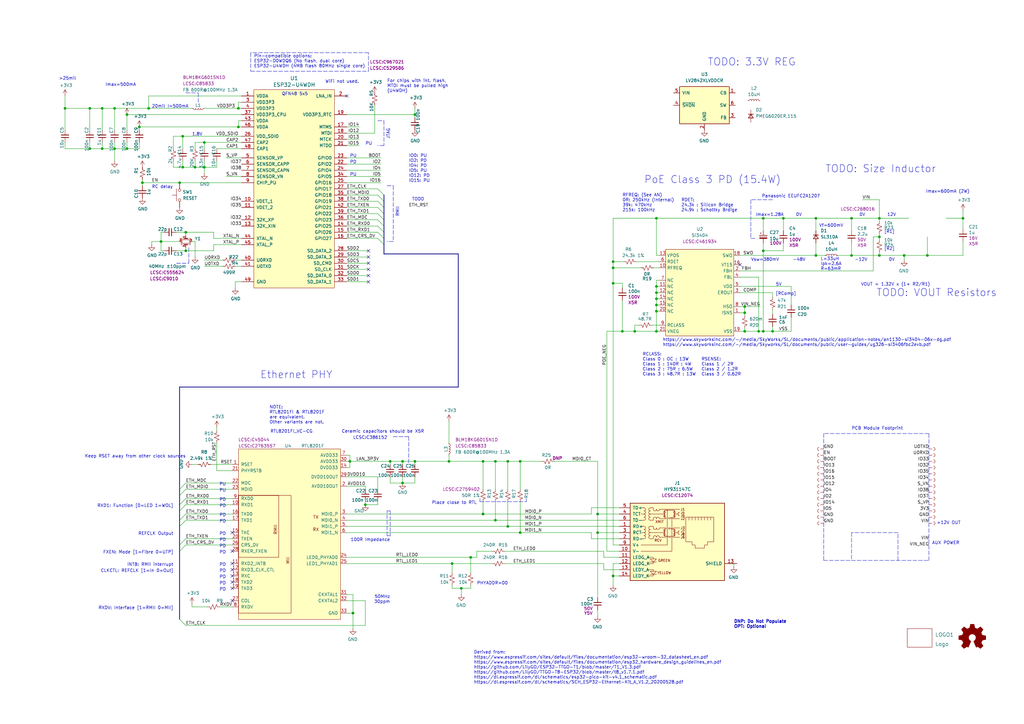
<source format=kicad_sch>
(kicad_sch (version 20211123) (generator eeschema)
  (paper "A3")
  (title_block (title "ESP32 LAN PoE Module") (rev "1") (company "ViscTronics"))
  (lib_symbols
    (symbol "Device:C_Polarized_Small" (pin_numbers hide) (pin_names (offset 0.254) hide)
      (property "Reference" "C" (at 0.254 1.778 0))
      (property "Value" "C_Polarized_Small" (at 0.254 -2.032 0))
      (symbol "C_Polarized_Small_1_1"
        (pin passive line (at 0 2.54 270) (length 1.8542) (name "~") (number "1"))
        (pin passive line (at 0 -2.54 90) (length 1.8542) (name "~") (number "2"))
      )
    )
    (symbol "Device:D_Small" (pin_numbers hide) (pin_names (offset 0.254) hide)
      (property "Reference" "D" (at -1.27 2.032 0))
      (property "Value" "D_Small" (at -3.81 -2.032 0))
      (symbol "D_Small_1_1"
        (pin passive line (at -2.54 0 0) (length 1.778) (name "K") (number "1"))
        (pin passive line (at 2.54 0 180) (length 1.778) (name "A") (number "2"))
      )
    )
    (symbol "Device:L_Small" (pin_numbers hide) (pin_names (offset 0.254) hide)
      (property "Reference" "L" (at 0.762 1.016 0))
      (property "Value" "L_Small" (at 0.762 -1.016 0))
      (symbol "L_Small_1_1"
        (pin passive line (at 0 2.54 270) (length 0.508) (name "~") (number "1"))
        (pin passive line (at 0 -2.54 90) (length 0.508) (name "~") (number "2"))
      )
    )
    (symbol "EspGateway-rescue:C_Small-device-EspGateway-rescue" (pin_numbers hide) (pin_names (offset 0.254) hide)
      (property "Reference" "C" (at 0.254 1.778 0))
      (property "Value" "C_Small-device-EspGateway-rescue" (at 0.254 -2.032 0))
      (symbol "C_Small-device-EspGateway-rescue_1_1"
        (pin passive line (at 0 2.54 270) (length 2.032) (name "~") (number "1"))
        (pin passive line (at 0 -2.54 90) (length 2.032) (name "~") (number "2"))
      )
    )
    (symbol "EspGateway-rescue:Crystal_GND24_Small-device-EspGateway-rescue" (pin_names (offset 1.016) hide)
      (property "Reference" "Y" (at 1.27 4.445 0))
      (property "Value" "Crystal_GND24_Small-device-EspGateway-rescue" (at 1.27 2.54 0))
      (symbol "Crystal_GND24_Small-device-EspGateway-rescue_1_1"
        (pin passive line (at -2.54 0 0) (length 1.27) (name "1") (number "1"))
        (pin passive line (at 0 -2.54 90) (length 0.635) (name "2") (number "2"))
        (pin passive line (at 2.54 0 180) (length 1.27) (name "3") (number "3"))
        (pin passive line (at 0 2.54 270) (length 0.635) (name "4") (number "4"))
      )
    )
    (symbol "EspGateway-rescue:L_Small-device-EspGateway-rescue" (pin_numbers hide) (pin_names (offset 0.254) hide)
      (property "Reference" "L" (at 0.762 1.016 0))
      (property "Value" "L_Small-device-EspGateway-rescue" (at 0.762 -1.016 0))
      (symbol "L_Small-device-EspGateway-rescue_1_1"
        (pin passive line (at 0 2.54 270) (length 0.508) (name "~") (number "1"))
        (pin passive line (at 0 -2.54 90) (length 0.508) (name "~") (number "2"))
      )
    )
    (symbol "EspGateway-rescue:RTL8201F-visclib-EspGateway-rescue" (pin_names (offset 1.016))
      (property "Reference" "U" (at -1.27 20.32 0))
      (property "Value" "RTL8201F-visclib-EspGateway-rescue" (at 2.54 17.78 0))
      (symbol "RTL8201F-visclib-EspGateway-rescue_0_0"
        (text "MII" (at 3.81 -29.21 900) (effects (font (size 1.27 1.27))))
        (text "RMII" (at 8.89 -16.51 900) (effects (font (size 1.27 1.27))))
        (text "RX" (at -7.62 -16.51 0) (effects (font (size 1.27 1.27))))
        (text "TX" (at -7.62 -11.43 0) (effects (font (size 1.27 1.27))))
        (pin unspecified line (at 26.67 10.16 180) (length 2.54) (name "RSET") (number "1"))
        (pin unspecified line (at 26.67 -6.35 180) (length 2.54) (name "RXD1") (number "10"))
        (pin unspecified line (at 26.67 -30.48 180) (length 2.54) (name "RXD2_INTB") (number "11"))
        (pin unspecified line (at 26.67 -33.02 180) (length 2.54) (name "RXD3_CLK_CTL") (number "12"))
        (pin unspecified line (at 26.67 -35.56 180) (length 2.54) (name "RXC") (number "13"))
        (pin power_in line (at -20.32 8.89 0) (length 2.54) (name "DVDD33") (number "14"))
        (pin unspecified line (at 26.67 -17.78 180) (length 2.54) (name "TXC") (number "15"))
        (pin unspecified line (at 26.67 -10.16 180) (length 2.54) (name "TXD0") (number "16"))
        (pin unspecified line (at 26.67 -12.7 180) (length 2.54) (name "TXD1") (number "17"))
        (pin unspecified line (at 26.67 -38.1 180) (length 2.54) (name "TXD2") (number "18"))
        (pin unspecified line (at 26.67 -40.64 180) (length 2.54) (name "TXD3") (number "19"))
        (pin power_out line (at -20.32 1.27 0) (length 2.54) (name "AVDD10OUT") (number "2"))
        (pin unspecified line (at 26.67 -20.32 180) (length 2.54) (name "TXEN") (number "20"))
        (pin unspecified line (at 26.67 7.62 180) (length 2.54) (name "PHYRSTB") (number "21"))
        (pin unspecified line (at 26.67 2.54 180) (length 2.54) (name "MDC") (number "22"))
        (pin unspecified line (at 26.67 0 180) (length 2.54) (name "MDIO") (number "23"))
        (pin unspecified line (at -20.32 -27.94 0) (length 2.54) (name "LED0_PHYAD0") (number "24"))
        (pin unspecified line (at -20.32 -30.48 0) (length 2.54) (name "LED1_PHYAD1") (number "25"))
        (pin unspecified line (at 26.67 -22.86 180) (length 2.54) (name "CRS_DV") (number "26"))
        (pin unspecified line (at 26.67 -45.72 180) (length 2.54) (name "COL") (number "27"))
        (pin unspecified line (at 26.67 -25.4 180) (length 2.54) (name "RXER_FXEN") (number "28"))
        (pin power_out line (at -20.32 5.08 0) (length 2.54) (name "DVDD10OUT") (number "29"))
        (pin unspecified line (at -20.32 -10.16 0) (length 2.54) (name "MDI0_P") (number "3"))
        (pin power_in line (at -20.32 11.43 0) (length 2.54) (name "AVDD33") (number "30"))
        (pin unspecified line (at -20.32 -43.18 0) (length 2.54) (name "CKXTAL1") (number "31"))
        (pin unspecified line (at -20.32 -45.72 0) (length 2.54) (name "CKXTAL2") (number "32"))
        (pin passive line (at -20.32 -50.8 0) (length 2.54) (name "GND") (number "33"))
        (pin unspecified line (at -20.32 -12.7 0) (length 2.54) (name "MDI0_N") (number "4"))
        (pin unspecified line (at -20.32 -15.24 0) (length 2.54) (name "MDI1_P") (number "5"))
        (pin unspecified line (at -20.32 -17.78 0) (length 2.54) (name "MDI1_N") (number "6"))
        (pin power_in line (at -20.32 13.97 0) (length 2.54) (name "AVDD33") (number "7"))
        (pin unspecified line (at 26.67 -48.26 180) (length 2.54) (name "RXDV") (number "8"))
        (pin unspecified line (at 26.67 -3.81 180) (length 2.54) (name "RXD0") (number "9"))
      )
    )
    (symbol "EspGateway-rescue:R_Small_US-device-EspGateway-rescue" (pin_numbers hide) (pin_names (offset 0.254) hide)
      (property "Reference" "R" (at 0.762 0.508 0))
      (property "Value" "R_Small_US-device-EspGateway-rescue" (at 0.762 -1.016 0))
      (symbol "R_Small_US-device-EspGateway-rescue_1_1"
        (pin passive line (at 0 2.54 270) (length 1.016) (name "~") (number "1"))
        (pin passive line (at 0 -2.54 90) (length 1.016) (name "~") (number "2"))
      )
    )
    (symbol "Graphic:Logo_Open_Hardware_Small" (pin_names (offset 1.016)))
    (symbol "Switch:SW_Push" (pin_numbers hide) (pin_names (offset 1.016) hide)
      (property "Reference" "SW" (at 1.27 2.54 0))
      (property "Value" "SW_Push" (at 0 -1.524 0))
      (symbol "SW_Push_0_1"
        (pin passive line (at -5.08 0 0) (length 2.54) (name "1") (number "1"))
        (pin passive line (at 5.08 0 180) (length 2.54) (name "2") (number "2"))
      )
    )
    (symbol "Visclib:ESP32-D0WD" (pin_names (offset 1.016))
      (property "Reference" "U1" (at 0 46.6598 0))
      (property "Value" "ESP32-D0WD" (at 0 43.9674 0))
      (property "Part1" "LCSC:C529586" (at 38.1 50.8 0))
      (property "Part2" "LCSC:C967021" (at 38.1 53.34 0))
      (symbol "ESP32-D0WD_1_1"
        (pin power_in line (at -21.59 39.37 0) (length 5.08) (name "VDDA") (number "1"))
        (pin input line (at -21.59 -3.81 0) (length 5.08) (name "VDET_1") (number "10"))
        (pin input line (at -21.59 -6.35 0) (length 5.08) (name "VDET_2") (number "11"))
        (pin bidirectional line (at -21.59 -11.43 0) (length 5.08) (name "32K_XP") (number "12"))
        (pin bidirectional line (at -21.59 -13.97 0) (length 5.08) (name "32K_XIN") (number "13"))
        (pin bidirectional line (at 21.59 -13.97 180) (length 5.08) (name "GPIO25") (number "14"))
        (pin bidirectional line (at 21.59 -16.51 180) (length 5.08) (name "GPIO26") (number "15"))
        (pin bidirectional line (at 21.59 -19.05 180) (length 5.08) (name "GPIO27") (number "16"))
        (pin bidirectional line (at 21.59 26.67 180) (length 5.08) (name "MTMS") (number "17"))
        (pin bidirectional line (at 21.59 24.13 180) (length 5.08) (name "MTDI") (number "18"))
        (pin power_in line (at 21.59 31.75 180) (length 5.08) (name "VDD3P3_RTC") (number "19"))
        (pin input line (at 21.59 39.37 180) (length 5.08) (name "LNA_IN") (number "2"))
        (pin bidirectional line (at 21.59 21.59 180) (length 5.08) (name "MTCK") (number "20"))
        (pin bidirectional line (at 21.59 19.05 180) (length 5.08) (name "MTDO") (number "21"))
        (pin bidirectional line (at 21.59 11.43 180) (length 5.08) (name "GPIO2") (number "22"))
        (pin bidirectional line (at 21.59 13.97 180) (length 5.08) (name "GPIO0") (number "23"))
        (pin bidirectional line (at 21.59 8.89 180) (length 5.08) (name "GPIO4") (number "24"))
        (pin bidirectional line (at 21.59 3.81 180) (length 5.08) (name "GPIO16") (number "25"))
        (pin power_in line (at -21.59 22.86 0) (length 5.08) (name "VDD_SDIO") (number "26"))
        (pin bidirectional line (at 21.59 1.27 180) (length 5.08) (name "GPIO17") (number "27"))
        (pin bidirectional line (at 21.59 -24.13 180) (length 5.08) (name "SD_DATA_2") (number "28"))
        (pin bidirectional line (at 21.59 -26.67 180) (length 5.08) (name "SD_DATA_3") (number "29"))
        (pin power_in line (at -21.59 36.83 0) (length 5.08) (name "VDD3P3") (number "3"))
        (pin bidirectional line (at 21.59 -29.21 180) (length 5.08) (name "SD_CMD") (number "30"))
        (pin bidirectional line (at 21.59 -31.75 180) (length 5.08) (name "SD_CLK") (number "31"))
        (pin bidirectional line (at 21.59 -34.29 180) (length 5.08) (name "SD_DATA_0") (number "32"))
        (pin bidirectional line (at 21.59 -36.83 180) (length 5.08) (name "SD_DATA_1") (number "33"))
        (pin bidirectional line (at 21.59 6.35 180) (length 5.08) (name "GPIO5") (number "34"))
        (pin bidirectional line (at 21.59 -1.27 180) (length 5.08) (name "GPIO18") (number "35"))
        (pin bidirectional line (at 21.59 -11.43 180) (length 5.08) (name "GPIO23") (number "36"))
        (pin power_in line (at -21.59 31.75 0) (length 5.08) (name "VDD3P3_CPU") (number "37"))
        (pin bidirectional line (at 21.59 -3.81 180) (length 5.08) (name "GPIO19") (number "38"))
        (pin bidirectional line (at 21.59 -8.89 180) (length 5.08) (name "GPIO22") (number "39"))
        (pin input line (at -21.59 34.29 0) (length 5.08) (name "VDD3P3") (number "4"))
        (pin bidirectional line (at -21.59 -27.94 0) (length 5.08) (name "U0RXD") (number "40"))
        (pin bidirectional line (at -21.59 -30.48 0) (length 5.08) (name "U0TXD") (number "41"))
        (pin bidirectional line (at 21.59 -6.35 180) (length 5.08) (name "GPIO21") (number "42"))
        (pin power_in line (at -21.59 29.21 0) (length 5.08) (name "VDDA") (number "43"))
        (pin bidirectional line (at -21.59 -19.05 0) (length 5.08) (name "XTAL_N") (number "44"))
        (pin bidirectional line (at -21.59 -21.59 0) (length 5.08) (name "XTAL_P") (number "45"))
        (pin power_in line (at -21.59 26.67 0) (length 5.08) (name "VDDA") (number "46"))
        (pin passive line (at -21.59 20.32 0) (length 5.08) (name "CAP2") (number "47"))
        (pin passive line (at -21.59 17.78 0) (length 5.08) (name "CAP1") (number "48"))
        (pin power_in line (at -21.59 -36.83 0) (length 5.08) (name "GND") (number "49"))
        (pin input line (at -21.59 13.97 0) (length 5.08) (name "SENSOR_VP") (number "5"))
        (pin input line (at -21.59 11.43 0) (length 5.08) (name "SENSOR_CAPP") (number "6"))
        (pin input line (at -21.59 8.89 0) (length 5.08) (name "SENSOR_CAPN") (number "7"))
        (pin input line (at -21.59 6.35 0) (length 5.08) (name "SENSOR_VN") (number "8"))
        (pin input line (at -21.59 3.81 0) (length 5.08) (name "CHIP_PU") (number "9"))
      )
    )
    (symbol "Visclib:HY931147C" (pin_names (offset 1.016))
      (property "Reference" "J?" (at -1.27 19.431 0))
      (property "Value" "HY931147C" (at -1.27 17.1196 0))
      (property "Part" "LCSC:C12074" (at -1.27 14.8082 0))
      (symbol "HY931147C_1_1"
        (text "GREEN" (at -6.985 -10.16 0) (effects (font (size 1.016 1.016))))
        (text "J1" (at 0.635 10.795 0) (effects (font (size 1.016 1.016))))
        (text "J2" (at 0.635 6.985 0) (effects (font (size 1.016 1.016))))
        (text "J3" (at 0.635 3.175 0) (effects (font (size 1.016 1.016))))
        (text "J4" (at 0.635 8.89 0) (effects (font (size 0.889 0.889)) (justify bottom)))
        (text "J5" (at 0.635 8.255 0) (effects (font (size 0.889 0.889))))
        (text "J6" (at 0.635 -0.635 0) (effects (font (size 1.016 1.016))))
        (text "J7" (at 0.635 1.27 0) (effects (font (size 0.889 0.889)) (justify bottom)))
        (text "J8" (at 0.635 0.635 0) (effects (font (size 0.889 0.889))))
        (text "RCV" (at -9.525 -1.905 0) (effects (font (size 1.016 1.016))))
        (text "XMIT" (at -8.89 5.715 0) (effects (font (size 1.016 1.016))))
        (text "YELLOW" (at -6.985 -15.24 0) (effects (font (size 1.016 1.016))))
        (pin passive line (at -25.4 3.81 0) (length 4.445) (name "RD+") (number "1"))
        (pin passive line (at -25.4 -6.35 0) (length 4.445) (name "V-") (number "10"))
        (pin passive line (at -25.4 -8.89 0) (length 4.445) (name "LEDG_A") (number "11"))
        (pin passive line (at -25.4 -11.43 0) (length 4.445) (name "LEDG_K") (number "12"))
        (pin passive line (at -25.4 -13.97 0) (length 4.445) (name "LEDY_A") (number "13"))
        (pin passive line (at 22.86 -11.43 180) (length 5.08) (name "SHIELD") (number "13"))
        (pin passive line (at -25.4 -16.51 0) (length 4.445) (name "LEDY_K") (number "14"))
        (pin passive line (at -25.4 -1.27 0) (length 4.445) (name "RD-") (number "2"))
        (pin passive line (at -25.4 1.27 0) (length 4.445) (name "RCT") (number "3"))
        (pin passive line (at -25.4 8.89 0) (length 4.445) (name "TCT") (number "4"))
        (pin passive line (at -25.4 11.43 0) (length 4.445) (name "TD+") (number "5"))
        (pin passive line (at -25.4 6.35 0) (length 4.445) (name "TD-") (number "6"))
        (pin passive line (at -25.4 -3.81 0) (length 4.445) (name "V+") (number "9"))
      )
    )
    (symbol "Visclib:LV2841" (pin_names (offset 1.016))
      (property "Reference" "U" (at 0 12.7 0))
      (property "Value" "LV2841" (at 0 10.16 0))
      (symbol "LV2841_1_1"
        (pin input line (at 12.7 5.08 180) (length 2.54) (name "CB") (number "1"))
        (pin power_in line (at 0 -10.16 90) (length 2.54) (name "GND") (number "2"))
        (pin input line (at 12.7 -5.08 180) (length 2.54) (name "FB") (number "3"))
        (pin input line (at -12.7 0 0) (length 2.54) (name "~{SHDN}") (number "4"))
        (pin power_in line (at -12.7 5.08 0) (length 2.54) (name "VIN") (number "5"))
        (pin output line (at 12.7 0 180) (length 2.54) (name "SW") (number "6"))
      )
    )
    (symbol "Visclib:Logo" (pin_names (offset 1.016))
      (property "Reference" "LOGO" (at 0 0 0))
      (property "Value" "Logo" (at 0 0 0))
    )
    (symbol "Visclib:ProtoCastellatedHeader" (pin_numbers hide) (pin_names (offset 0) hide)
      (symbol "ProtoCastellatedHeader_1_1"
        (pin input line (at 0 0 0) (length 1.27) (name "1") (number "1"))
      )
    )
    (symbol "Visclib:Si3404"
      (property "Reference" "U" (at 0 21.59 0))
      (property "Value" "Si3404" (at 0 19.685 0))
      (property "Part" "LCSC:C461934" (at 0 0 0))
      (symbol "Si3404_0_0"
        (pin input line (at -17.145 10.795 0) (length 2.54) (name "RFREQ") (number "10"))
        (pin power_in line (at -17.145 3.175 0) (length 2.54) (name "NC") (number "11"))
        (pin power_in line (at -17.145 0.635 0) (length 2.54) (name "NC") (number "12"))
        (pin power_in line (at -17.145 15.875 0) (length 2.54) (name "VPOS") (number "13"))
        (pin power_in line (at -17.145 -1.905 0) (length 2.54) (name "NC") (number "14"))
        (pin power_in line (at -17.145 -4.445 0) (length 2.54) (name "NC") (number "15"))
        (pin power_in line (at 15.875 12.065 180) (length 2.54) (name "VT15") (number "16"))
        (pin power_out line (at 15.875 15.875 180) (length 2.54) (name "SWO") (number "18"))
        (pin passive line (at 15.875 -15.24 180) (length 2.54) (name "VSS") (number "19"))
        (pin input line (at 15.875 9.525 180) (length 2.54) (name "FBH") (number "2"))
        (pin power_in line (at -17.145 -6.985 0) (length 2.54) (name "NC") (number "20"))
        (pin power_in line (at -17.145 -15.24 0) (length 2.54) (name "VNEG") (number "21"))
        (pin bidirectional line (at 15.875 0.635 180) (length 2.54) (name "EROUT") (number "3"))
        (pin input line (at 15.875 6.985 180) (length 2.54) (name "FBL") (number "4"))
        (pin power_out line (at 15.875 3.175 180) (length 2.54) (name "VDD") (number "5"))
        (pin input line (at -17.145 13.335 0) (length 2.54) (name "RDET") (number "6"))
        (pin power_in line (at -17.145 5.715 0) (length 2.54) (name "NC") (number "7"))
        (pin power_out line (at 15.875 -5.08 180) (length 2.54) (name "HSO") (number "8"))
        (pin input line (at -17.145 -12.7 0) (length 2.54) (name "RCLASS") (number "9"))
      )
      (symbol "Si3404_1_1"
        (pin input line (at 15.875 -7.62 180) (length 2.54) (name "ISNS") (number "1"))
      )
    )
    (symbol "power:+3.3V" (power) (pin_names (offset 0))
      (property "Value" "+3.3V" (at 0 3.556 0))
      (symbol "+3.3V_1_1"
        (pin power_in line (at 0 0 90) (length 0) hide (name "+3V3") (number "1"))
      )
    )
    (symbol "power:GND" (power) (pin_names (offset 0))
      (property "Value" "GND" (at 0 -3.81 0))
      (symbol "GND_1_1"
        (pin power_in line (at 0 0 270) (length 0) hide (name "GND") (number "1"))
      )
    )
  )
  (junction (at 46.99 60.96))
  (junction (at 269.24 117.475))
  (junction (at 245.11 218.44))
  (junction (at 360.68 97.155))
  (junction (at 203.2 189.23))
  (junction (at 380.365 104.775))
  (junction (at 26.67 44.45))
  (junction (at 57.15 52.07))
  (junction (at 208.28 189.23))
  (junction (at 185.42 231.14))
  (junction (at 370.84 104.775))
  (junction (at 255.27 135.89))
  (junction (at 334.645 89.535))
  (junction (at 165.1 198.12))
  (junction (at 360.68 104.775))
  (junction (at 97.79 52.07))
  (junction (at 313.055 135.89))
  (junction (at 52.07 60.96))
  (junction (at 41.91 60.96))
  (junction (at 52.07 46.99))
  (junction (at 144.78 251.46))
  (junction (at 46.99 44.45))
  (junction (at 80.01 68.58))
  (junction (at 269.24 125.095))
  (junction (at 349.25 89.535))
  (junction (at 213.36 189.23))
  (junction (at 165.1 189.23))
  (junction (at 83.82 68.58))
  (junction (at 41.91 44.45))
  (junction (at 260.35 135.89))
  (junction (at 334.645 104.775))
  (junction (at 316.865 135.89))
  (junction (at 66.04 99.06))
  (junction (at 313.055 89.535))
  (junction (at 170.18 189.23))
  (junction (at 143.51 189.23))
  (junction (at 170.18 46.99))
  (junction (at 149.86 207.01))
  (junction (at 74.93 55.88))
  (junction (at 269.24 122.555))
  (junction (at 36.83 44.45))
  (junction (at 189.23 241.3))
  (junction (at 394.97 89.535))
  (junction (at 193.04 228.6))
  (junction (at 251.46 109.855))
  (junction (at 251.46 116.205))
  (junction (at 74.93 68.58))
  (junction (at 305.435 128.27))
  (junction (at 83.82 58.42))
  (junction (at 311.15 135.89))
  (junction (at 269.24 127.635))
  (junction (at 349.25 104.775))
  (junction (at 97.79 44.45))
  (junction (at 208.28 215.9))
  (junction (at 251.46 236.22))
  (junction (at 198.12 210.82))
  (junction (at 313.055 102.87))
  (junction (at 245.11 210.82))
  (junction (at 60.96 44.45))
  (junction (at 184.15 189.23))
  (junction (at 360.68 89.535))
  (junction (at 58.42 74.93))
  (junction (at 76.2 102.87))
  (junction (at 213.36 218.44))
  (junction (at 73.66 74.93))
  (junction (at 76.2 95.25))
  (junction (at 251.46 107.315))
  (junction (at 203.2 213.36))
  (junction (at 198.12 189.23))
  (junction (at 36.83 60.96))
  (junction (at 269.24 135.89))
  (junction (at 160.02 189.23))
  (junction (at 269.24 120.015))
  (junction (at 321.31 89.535))
  (junction (at 305.435 125.73))
  (junction (at 305.435 135.89))
  (junction (at 269.24 89.535))
  (no_connect (at 142.24 39.37))
  (no_connect (at 95.25 233.68))
  (no_connect (at 95.25 241.3))
  (no_connect (at 95.25 238.76))
  (no_connect (at 303.53 108.585))
  (no_connect (at 95.25 231.14))
  (no_connect (at 95.25 226.06))
  (no_connect (at 151.13 102.87))
  (no_connect (at 151.13 105.41))
  (no_connect (at 151.13 107.95))
  (no_connect (at 151.13 115.57))
  (no_connect (at 151.13 113.03))
  (no_connect (at 151.13 110.49))
  (no_connect (at 95.25 236.22))
  (no_connect (at 95.25 218.44))
  (no_connect (at 95.25 246.38))
  (bus_entry (at 73.66 226.06) (size 2.54 -2.54))
  (bus_entry (at 154.94 97.79) (size 2.54 2.54))
  (bus_entry (at 73.66 209.55) (size 2.54 -2.54))
  (bus_entry (at 73.66 215.9) (size 2.54 -2.54))
  (bus_entry (at 73.66 213.36) (size 2.54 -2.54))
  (bus_entry (at 73.66 207.01) (size 2.54 -2.54))
  (bus_entry (at 154.94 77.47) (size 2.54 2.54))
  (bus_entry (at 154.94 95.25) (size 2.54 2.54))
  (bus_entry (at 154.94 90.17) (size 2.54 2.54))
  (bus_entry (at 154.94 92.71) (size 2.54 2.54))
  (bus_entry (at 154.94 85.09) (size 2.54 2.54))
  (bus_entry (at 73.66 200.66) (size 2.54 -2.54))
  (bus_entry (at 73.66 223.52) (size 2.54 -2.54))
  (bus_entry (at 154.94 82.55) (size 2.54 2.54))
  (bus_entry (at 154.94 80.01) (size 2.54 2.54))
  (bus_entry (at 154.94 87.63) (size 2.54 2.54))
  (bus_entry (at 73.66 254) (size 2.54 2.54))
  (bus_entry (at 73.66 203.2) (size 2.54 -2.54))
  (wire (pts (xy 41.91 44.45) (xy 41.91 53.34)))
  (wire (pts (xy 154.94 95.25) (xy 142.24 95.25)))
  (polyline (pts (xy 368.3 218.44) (xy 349.25 218.44)))
  (wire (pts (xy 316.865 120.015) (xy 303.53 120.015)))
  (wire (pts (xy 95.25 210.82) (xy 76.2 210.82)))
  (wire (pts (xy 154.94 205.74) (xy 154.94 207.01)))
  (polyline (pts (xy 102.87 29.21) (xy 151.13 29.21)))
  (wire (pts (xy 334.645 99.695) (xy 334.645 104.775)))
  (bus (pts (xy 157.48 95.25) (xy 157.48 97.79)))
  (wire (pts (xy 349.25 94.615) (xy 349.25 89.535)))
  (wire (pts (xy 60.96 39.37) (xy 99.06 39.37)))
  (wire (pts (xy 78.74 190.5) (xy 81.28 190.5)))
  (wire (pts (xy 262.255 133.35) (xy 260.35 133.35)))
  (wire (pts (xy 88.9 181.61) (xy 88.9 193.04)))
  (wire (pts (xy 73.66 74.93) (xy 58.42 74.93)))
  (wire (pts (xy 255.27 123.19) (xy 255.27 135.89)))
  (wire (pts (xy 313.055 135.89) (xy 311.15 135.89)))
  (wire (pts (xy 160.02 198.12) (xy 160.02 195.58)))
  (wire (pts (xy 269.24 120.015) (xy 269.24 122.555)))
  (wire (pts (xy 83.82 68.58) (xy 80.01 68.58)))
  (wire (pts (xy 170.18 198.12) (xy 165.1 198.12)))
  (wire (pts (xy 251.46 231.14) (xy 251.46 236.22)))
  (wire (pts (xy 349.25 89.535) (xy 360.68 89.535)))
  (polyline (pts (xy 161.29 179.07) (xy 167.64 179.07)))
  (wire (pts (xy 142.24 69.85) (xy 156.21 69.85)))
  (wire (pts (xy 26.67 58.42) (xy 26.67 60.96)))
  (wire (pts (xy 142.24 246.38) (xy 149.86 246.38)))
  (wire (pts (xy 26.67 60.96) (xy 36.83 60.96)))
  (wire (pts (xy 143.51 189.23) (xy 143.51 191.77)))
  (wire (pts (xy 142.24 57.15) (xy 147.32 57.15)))
  (bus (pts (xy 73.66 200.66) (xy 73.66 203.2)))
  (wire (pts (xy 88.9 175.26) (xy 88.9 176.53)))
  (wire (pts (xy 260.985 107.315) (xy 270.51 107.315)))
  (bus (pts (xy 157.48 92.71) (xy 157.48 95.25)))
  (wire (pts (xy 242.57 208.28) (xy 254 208.28)))
  (wire (pts (xy 74.93 55.88) (xy 99.06 55.88)))
  (wire (pts (xy 71.12 68.58) (xy 74.93 68.58)))
  (wire (pts (xy 245.11 218.44) (xy 245.11 245.11)))
  (wire (pts (xy 57.15 53.34) (xy 57.15 52.07)))
  (polyline (pts (xy 349.25 218.44) (xy 349.25 229.87)))
  (wire (pts (xy 303.53 117.475) (xy 324.485 117.475)))
  (wire (pts (xy 311.15 135.89) (xy 305.435 135.89)))
  (wire (pts (xy 143.51 186.69) (xy 143.51 189.23)))
  (wire (pts (xy 303.53 113.665) (xy 311.15 113.665)))
  (wire (pts (xy 260.35 133.35) (xy 260.35 135.89)))
  (polyline (pts (xy 154.94 49.53) (xy 157.48 49.53)))
  (wire (pts (xy 300.99 231.14) (xy 300.99 232.41)))
  (wire (pts (xy 78.74 248.92) (xy 78.74 247.65)))
  (wire (pts (xy 76.2 95.25) (xy 87.63 95.25)))
  (wire (pts (xy 201.93 226.06) (xy 195.58 226.06)))
  (wire (pts (xy 52.07 60.96) (xy 57.15 60.96)))
  (wire (pts (xy 270.51 114.935) (xy 269.24 114.935)))
  (wire (pts (xy 76.2 102.87) (xy 72.39 102.87)))
  (wire (pts (xy 80.01 66.04) (xy 80.01 68.58)))
  (polyline (pts (xy 72.39 107.95) (xy 77.47 107.95)))
  (wire (pts (xy 360.68 89.535) (xy 372.745 89.535)))
  (wire (pts (xy 321.31 89.535) (xy 334.645 89.535)))
  (wire (pts (xy 394.97 104.775) (xy 380.365 104.775)))
  (wire (pts (xy 185.42 234.95) (xy 185.42 231.14)))
  (wire (pts (xy 242.57 208.28) (xy 242.57 210.82)))
  (wire (pts (xy 313.055 99.695) (xy 313.055 102.87)))
  (wire (pts (xy 76.2 198.12) (xy 95.25 198.12)))
  (wire (pts (xy 254 223.52) (xy 251.46 223.52)))
  (wire (pts (xy 198.12 200.66) (xy 198.12 189.23)))
  (wire (pts (xy 360.68 90.805) (xy 360.68 89.535)))
  (wire (pts (xy 269.24 117.475) (xy 269.24 120.015)))
  (wire (pts (xy 76.2 101.6) (xy 76.2 102.87)))
  (polyline (pts (xy 316.865 81.915) (xy 307.975 81.915)))
  (wire (pts (xy 95.25 207.01) (xy 76.2 207.01)))
  (wire (pts (xy 195.58 228.6) (xy 195.58 226.06)))
  (polyline (pts (xy 196.85 205.74) (xy 215.9 205.74)))
  (polyline (pts (xy 161.29 99.06) (xy 158.75 99.06)))
  (wire (pts (xy 324.485 135.89) (xy 316.865 135.89)))
  (wire (pts (xy 242.57 220.98) (xy 254 220.98)))
  (wire (pts (xy 142.24 107.95) (xy 151.13 107.95)))
  (wire (pts (xy 251.46 109.855) (xy 262.89 109.855)))
  (wire (pts (xy 269.24 127.635) (xy 270.51 127.635)))
  (wire (pts (xy 62.23 100.33) (xy 62.23 99.06)))
  (wire (pts (xy 247.65 228.6) (xy 247.65 226.06)))
  (wire (pts (xy 247.65 233.68) (xy 254 233.68)))
  (wire (pts (xy 97.79 41.91) (xy 97.79 44.45)))
  (wire (pts (xy 248.92 135.89) (xy 255.27 135.89)))
  (polyline (pts (xy 167.64 179.07) (xy 167.64 190.5)))
  (wire (pts (xy 46.99 44.45) (xy 46.99 53.34)))
  (wire (pts (xy 242.57 220.98) (xy 242.57 218.44)))
  (wire (pts (xy 213.36 189.23) (xy 222.25 189.23)))
  (wire (pts (xy 208.28 215.9) (xy 142.24 215.9)))
  (wire (pts (xy 165.1 190.5) (xy 165.1 189.23)))
  (wire (pts (xy 358.14 111.125) (xy 358.14 97.155)))
  (wire (pts (xy 254 226.06) (xy 248.92 226.06)))
  (wire (pts (xy 58.42 74.93) (xy 58.42 73.66)))
  (wire (pts (xy 208.28 189.23) (xy 213.36 189.23)))
  (wire (pts (xy 96.52 106.68) (xy 99.06 106.68)))
  (polyline (pts (xy 161.29 76.2) (xy 161.29 99.06)))
  (wire (pts (xy 203.2 213.36) (xy 142.24 213.36)))
  (wire (pts (xy 72.39 95.25) (xy 76.2 95.25)))
  (wire (pts (xy 57.15 58.42) (xy 57.15 60.96)))
  (wire (pts (xy 142.24 102.87) (xy 151.13 102.87)))
  (wire (pts (xy 142.24 72.39) (xy 156.21 72.39)))
  (bus (pts (xy 157.48 85.09) (xy 157.48 87.63)))
  (polyline (pts (xy 368.3 229.87) (xy 368.3 218.44)))
  (wire (pts (xy 154.94 85.09) (xy 142.24 85.09)))
  (wire (pts (xy 267.335 133.35) (xy 270.51 133.35)))
  (wire (pts (xy 334.645 94.615) (xy 334.645 89.535)))
  (wire (pts (xy 213.36 205.74) (xy 213.36 218.44)))
  (wire (pts (xy 170.18 189.23) (xy 165.1 189.23)))
  (wire (pts (xy 76.2 204.47) (xy 95.25 204.47)))
  (wire (pts (xy 316.865 121.92) (xy 316.865 120.015)))
  (wire (pts (xy 305.435 125.73) (xy 303.53 125.73)))
  (wire (pts (xy 303.53 111.125) (xy 358.14 111.125)))
  (wire (pts (xy 193.04 234.95) (xy 193.04 228.6)))
  (wire (pts (xy 189.23 241.3) (xy 185.42 241.3)))
  (wire (pts (xy 316.865 135.89) (xy 313.055 135.89)))
  (wire (pts (xy 62.23 99.06) (xy 66.04 99.06)))
  (wire (pts (xy 96.52 118.11) (xy 96.52 115.57)))
  (bus (pts (xy 73.66 200.66) (xy 73.66 158.75)))
  (wire (pts (xy 71.12 66.04) (xy 71.12 68.58)))
  (wire (pts (xy 66.04 99.06) (xy 66.04 95.25)))
  (wire (pts (xy 80.01 99.06) (xy 78.74 99.06)))
  (wire (pts (xy 36.83 44.45) (xy 41.91 44.45)))
  (wire (pts (xy 247.65 226.06) (xy 207.01 226.06)))
  (polyline (pts (xy 307.975 81.915) (xy 307.975 97.79)))
  (wire (pts (xy 67.31 102.87) (xy 66.04 102.87)))
  (wire (pts (xy 92.71 72.39) (xy 99.06 72.39)))
  (wire (pts (xy 269.24 117.475) (xy 270.51 117.475)))
  (wire (pts (xy 87.63 95.25) (xy 87.63 97.79)))
  (wire (pts (xy 255.27 116.205) (xy 251.46 116.205)))
  (wire (pts (xy 208.28 215.9) (xy 254 215.9)))
  (wire (pts (xy 149.86 246.38) (xy 149.86 256.54)))
  (wire (pts (xy 92.71 64.77) (xy 99.06 64.77)))
  (wire (pts (xy 142.24 186.69) (xy 143.51 186.69)))
  (polyline (pts (xy 381 229.87) (xy 381 177.8)))
  (wire (pts (xy 66.04 102.87) (xy 66.04 99.06)))
  (wire (pts (xy 99.06 100.33) (xy 87.63 100.33)))
  (bus (pts (xy 157.48 90.17) (xy 157.48 92.71)))
  (wire (pts (xy 87.63 102.87) (xy 76.2 102.87)))
  (polyline (pts (xy 157.48 49.53) (xy 157.48 59.69)))
  (polyline (pts (xy 196.85 204.47) (xy 196.85 205.74)))
  (wire (pts (xy 213.36 189.23) (xy 213.36 200.66)))
  (wire (pts (xy 165.1 198.12) (xy 160.02 198.12)))
  (wire (pts (xy 144.78 257.81) (xy 144.78 251.46)))
  (wire (pts (xy 74.93 55.88) (xy 74.93 60.96)))
  (wire (pts (xy 71.12 60.96) (xy 71.12 55.88)))
  (wire (pts (xy 321.31 94.615) (xy 321.31 89.535)))
  (wire (pts (xy 165.1 189.23) (xy 160.02 189.23)))
  (wire (pts (xy 36.83 58.42) (xy 36.83 60.96)))
  (wire (pts (xy 142.24 115.57) (xy 151.13 115.57)))
  (wire (pts (xy 83.82 44.45) (xy 97.79 44.45)))
  (polyline (pts (xy 158.75 219.71) (xy 158.75 209.55)))
  (wire (pts (xy 305.435 128.27) (xy 305.435 125.73)))
  (wire (pts (xy 99.06 74.93) (xy 73.66 74.93)))
  (wire (pts (xy 95.25 200.66) (xy 76.2 200.66)))
  (bus (pts (xy 157.48 82.55) (xy 157.48 85.09)))
  (bus (pts (xy 73.66 223.52) (xy 73.66 226.06)))
  (wire (pts (xy 248.92 135.89) (xy 248.92 226.06)))
  (wire (pts (xy 91.44 109.22) (xy 83.82 109.22)))
  (wire (pts (xy 269.24 120.015) (xy 270.51 120.015)))
  (wire (pts (xy 269.24 122.555) (xy 269.24 125.095)))
  (wire (pts (xy 74.93 68.58) (xy 74.93 66.04)))
  (wire (pts (xy 86.36 190.5) (xy 95.25 190.5)))
  (wire (pts (xy 394.97 86.36) (xy 394.97 89.535)))
  (wire (pts (xy 251.46 109.855) (xy 251.46 116.205)))
  (wire (pts (xy 305.435 125.73) (xy 311.785 125.73)))
  (bus (pts (xy 73.66 215.9) (xy 73.66 223.52)))
  (wire (pts (xy 142.24 64.77) (xy 156.21 64.77)))
  (wire (pts (xy 97.79 52.07) (xy 97.79 49.53)))
  (wire (pts (xy 394.97 99.06) (xy 394.97 104.775)))
  (wire (pts (xy 60.96 44.45) (xy 60.96 39.37)))
  (wire (pts (xy 170.18 44.45) (xy 170.18 46.99)))
  (wire (pts (xy 160.02 190.5) (xy 160.02 189.23)))
  (wire (pts (xy 46.99 60.96) (xy 52.07 60.96)))
  (wire (pts (xy 26.67 53.34) (xy 26.67 44.45)))
  (wire (pts (xy 184.15 172.72) (xy 184.15 181.61)))
  (wire (pts (xy 153.67 54.61) (xy 142.24 54.61)))
  (wire (pts (xy 203.2 200.66) (xy 203.2 189.23)))
  (wire (pts (xy 251.46 89.535) (xy 251.46 107.315)))
  (wire (pts (xy 83.82 106.68) (xy 91.44 106.68)))
  (wire (pts (xy 41.91 58.42) (xy 41.91 60.96)))
  (polyline (pts (xy 215.9 204.47) (xy 215.9 205.74)))
  (wire (pts (xy 269.24 125.095) (xy 269.24 127.635)))
  (wire (pts (xy 303.53 104.775) (xy 334.645 104.775)))
  (wire (pts (xy 193.04 241.3) (xy 193.04 240.03)))
  (wire (pts (xy 52.07 53.34) (xy 52.07 46.99)))
  (wire (pts (xy 142.24 97.79) (xy 154.94 97.79)))
  (wire (pts (xy 311.15 113.665) (xy 311.15 135.89)))
  (wire (pts (xy 394.97 89.535) (xy 387.985 89.535)))
  (wire (pts (xy 203.2 189.23) (xy 208.28 189.23)))
  (wire (pts (xy 88.9 60.96) (xy 99.06 60.96)))
  (wire (pts (xy 360.68 95.885) (xy 360.68 97.155)))
  (bus (pts (xy 73.66 209.55) (xy 73.66 213.36)))
  (wire (pts (xy 170.18 48.26) (xy 170.18 46.99)))
  (bus (pts (xy 73.66 213.36) (xy 73.66 215.9)))
  (wire (pts (xy 142.24 52.07) (xy 147.32 52.07)))
  (wire (pts (xy 57.15 52.07) (xy 97.79 52.07)))
  (wire (pts (xy 142.24 46.99) (xy 170.18 46.99)))
  (wire (pts (xy 394.97 89.535) (xy 394.97 93.98)))
  (wire (pts (xy 142.24 77.47) (xy 154.94 77.47)))
  (wire (pts (xy 358.14 97.155) (xy 360.68 97.155)))
  (wire (pts (xy 207.01 231.14) (xy 247.65 231.14)))
  (wire (pts (xy 78.74 248.92) (xy 85.09 248.92)))
  (wire (pts (xy 154.94 90.17) (xy 142.24 90.17)))
  (wire (pts (xy 26.67 44.45) (xy 26.67 39.37)))
  (wire (pts (xy 360.68 104.775) (xy 349.25 104.775)))
  (wire (pts (xy 203.2 205.74) (xy 203.2 213.36)))
  (wire (pts (xy 267.97 109.855) (xy 270.51 109.855)))
  (wire (pts (xy 149.86 207.01) (xy 149.86 205.74)))
  (wire (pts (xy 255.27 118.11) (xy 255.27 116.205)))
  (bus (pts (xy 73.66 158.75) (xy 187.96 158.75)))
  (wire (pts (xy 193.04 228.6) (xy 142.24 228.6)))
  (wire (pts (xy 76.2 256.54) (xy 149.86 256.54)))
  (polyline (pts (xy 160.02 219.71) (xy 158.75 219.71)))
  (polyline (pts (xy 77.47 101.6) (xy 77.47 107.95)))
  (wire (pts (xy 88.9 66.04) (xy 88.9 68.58)))
  (wire (pts (xy 142.24 113.03) (xy 151.13 113.03)))
  (wire (pts (xy 142.24 59.69) (xy 147.32 59.69)))
  (wire (pts (xy 203.2 213.36) (xy 254 213.36)))
  (bus (pts (xy 157.48 87.63) (xy 157.48 90.17)))
  (wire (pts (xy 142.24 243.84) (xy 144.78 243.84)))
  (polyline (pts (xy 151.13 21.59) (xy 102.87 21.59)))
  (wire (pts (xy 36.83 53.34) (xy 36.83 44.45)))
  (wire (pts (xy 80.01 105.41) (xy 80.01 99.06)))
  (wire (pts (xy 87.63 100.33) (xy 87.63 102.87)))
  (wire (pts (xy 353.695 81.915) (xy 360.68 81.915)))
  (wire (pts (xy 185.42 231.14) (xy 201.93 231.14)))
  (wire (pts (xy 143.51 191.77) (xy 142.24 191.77)))
  (wire (pts (xy 269.24 127.635) (xy 269.24 135.89)))
  (wire (pts (xy 251.46 107.315) (xy 251.46 109.855)))
  (wire (pts (xy 73.66 99.06) (xy 66.04 99.06)))
  (wire (pts (xy 144.78 251.46) (xy 142.24 251.46)))
  (wire (pts (xy 313.055 102.87) (xy 313.055 135.89)))
  (wire (pts (xy 41.91 60.96) (xy 46.99 60.96)))
  (wire (pts (xy 198.12 189.23) (xy 203.2 189.23)))
  (wire (pts (xy 142.24 195.58) (xy 154.94 195.58)))
  (polyline (pts (xy 157.48 59.69) (xy 154.94 59.69)))
  (polyline (pts (xy 76.2 38.1) (xy 81.28 38.1)))
  (wire (pts (xy 170.18 190.5) (xy 170.18 189.23)))
  (wire (pts (xy 245.11 218.44) (xy 254 218.44)))
  (polyline (pts (xy 381 177.8) (xy 337.82 177.8)))
  (bus (pts (xy 157.48 80.01) (xy 157.48 82.55)))
  (wire (pts (xy 160.02 189.23) (xy 143.51 189.23)))
  (wire (pts (xy 52.07 58.42) (xy 52.07 60.96)))
  (wire (pts (xy 95.25 220.98) (xy 76.2 220.98)))
  (bus (pts (xy 73.66 207.01) (xy 73.66 209.55)))
  (wire (pts (xy 88.9 193.04) (xy 95.25 193.04)))
  (wire (pts (xy 270.51 104.775) (xy 269.24 104.775)))
  (wire (pts (xy 142.24 110.49) (xy 151.13 110.49)))
  (bus (pts (xy 73.66 226.06) (xy 73.66 254)))
  (wire (pts (xy 324.485 125.095) (xy 324.485 117.475)))
  (wire (pts (xy 142.24 218.44) (xy 213.36 218.44)))
  (wire (pts (xy 269.24 89.535) (xy 251.46 89.535)))
  (wire (pts (xy 142.24 92.71) (xy 154.94 92.71)))
  (wire (pts (xy 321.31 102.87) (xy 313.055 102.87)))
  (wire (pts (xy 87.63 97.79) (xy 99.06 97.79)))
  (wire (pts (xy 83.82 58.42) (xy 83.82 60.96)))
  (wire (pts (xy 269.24 135.89) (xy 270.51 135.89)))
  (wire (pts (xy 305.435 129.54) (xy 305.435 128.27)))
  (polyline (pts (xy 158.75 209.55) (xy 160.02 209.55)))
  (wire (pts (xy 251.46 236.22) (xy 251.46 240.03)))
  (bus (pts (xy 187.96 158.75) (xy 187.96 104.14)))
  (wire (pts (xy 185.42 241.3) (xy 185.42 240.03)))
  (wire (pts (xy 380.365 97.155) (xy 380.365 104.775)))
  (wire (pts (xy 360.68 103.505) (xy 360.68 104.775)))
  (wire (pts (xy 185.42 231.14) (xy 142.24 231.14)))
  (wire (pts (xy 213.36 218.44) (xy 242.57 218.44)))
  (wire (pts (xy 208.28 205.74) (xy 208.28 215.9)))
  (wire (pts (xy 334.645 104.775) (xy 338.455 104.775)))
  (wire (pts (xy 245.11 210.82) (xy 245.11 218.44)))
  (wire (pts (xy 189.23 243.84) (xy 189.23 241.3)))
  (wire (pts (xy 142.24 74.93) (xy 156.21 74.93)))
  (wire (pts (xy 305.435 135.89) (xy 303.53 135.89)))
  (wire (pts (xy 245.11 210.82) (xy 254 210.82)))
  (wire (pts (xy 260.35 135.89) (xy 269.24 135.89)))
  (wire (pts (xy 99.06 52.07) (xy 97.79 52.07)))
  (wire (pts (xy 349.25 99.695) (xy 349.25 104.775)))
  (wire (pts (xy 245.11 189.23) (xy 245.11 210.82)))
  (wire (pts (xy 184.15 186.69) (xy 184.15 189.23)))
  (polyline (pts (xy 81.28 38.1) (xy 81.28 41.91)))
  (polyline (pts (xy 151.13 29.21) (xy 151.13 21.59)))
  (wire (pts (xy 149.86 200.66) (xy 149.86 199.39)))
  (wire (pts (xy 96.52 109.22) (xy 99.06 109.22)))
  (wire (pts (xy 76.2 223.52) (xy 95.25 223.52)))
  (wire (pts (xy 255.27 135.89) (xy 260.35 135.89)))
  (wire (pts (xy 380.365 104.775) (xy 370.84 104.775)))
  (wire (pts (xy 52.07 46.99) (xy 99.06 46.99)))
  (wire (pts (xy 97.79 44.45) (xy 99.06 44.45)))
  (wire (pts (xy 71.12 55.88) (xy 74.93 55.88)))
  (wire (pts (xy 198.12 210.82) (xy 242.57 210.82)))
  (wire (pts (xy 60.96 44.45) (xy 46.99 44.45)))
  (wire (pts (xy 76.2 95.25) (xy 76.2 96.52)))
  (wire (pts (xy 198.12 210.82) (xy 142.24 210.82)))
  (wire (pts (xy 269.24 122.555) (xy 270.51 122.555)))
  (wire (pts (xy 142.24 189.23) (xy 143.51 189.23)))
  (wire (pts (xy 80.01 58.42) (xy 83.82 58.42)))
  (wire (pts (xy 80.01 68.58) (xy 74.93 68.58)))
  (wire (pts (xy 184.15 189.23) (xy 198.12 189.23)))
  (wire (pts (xy 83.82 71.12) (xy 83.82 68.58)))
  (wire (pts (xy 165.1 195.58) (xy 165.1 198.12)))
  (wire (pts (xy 269.24 114.935) (xy 269.24 117.475)))
  (wire (pts (xy 66.04 95.25) (xy 67.31 95.25)))
  (wire (pts (xy 198.12 205.74) (xy 198.12 210.82)))
  (wire (pts (xy 142.24 87.63) (xy 154.94 87.63)))
  (wire (pts (xy 227.33 189.23) (xy 245.11 189.23)))
  (wire (pts (xy 298.45 231.14) (xy 300.99 231.14)))
  (wire (pts (xy 193.04 228.6) (xy 195.58 228.6)))
  (wire (pts (xy 303.53 128.27) (xy 305.435 128.27)))
  (wire (pts (xy 251.46 116.205) (xy 251.46 223.52)))
  (polyline (pts (xy 337.82 177.8) (xy 337.82 229.87)))
  (bus (pts (xy 157.48 100.33) (xy 157.48 104.14)))
  (wire (pts (xy 76.2 213.36) (xy 95.25 213.36)))
  (wire (pts (xy 78.74 44.45) (xy 60.96 44.45)))
  (wire (pts (xy 334.645 89.535) (xy 349.25 89.535)))
  (wire (pts (xy 46.99 66.04) (xy 46.99 60.96)))
  (wire (pts (xy 321.31 99.695) (xy 321.31 102.87)))
  (wire (pts (xy 360.68 97.155) (xy 360.68 98.425)))
  (wire (pts (xy 316.865 133.985) (xy 316.865 135.89)))
  (wire (pts (xy 370.84 104.775) (xy 360.68 104.775)))
  (wire (pts (xy 144.78 243.84) (xy 144.78 251.46)))
  (wire (pts (xy 154.94 195.58) (xy 154.94 200.66)))
  (wire (pts (xy 269.24 89.535) (xy 269.24 104.775)))
  (wire (pts (xy 58.42 76.2) (xy 58.42 74.93)))
  (wire (pts (xy 349.25 104.775) (xy 343.535 104.775)))
  (wire (pts (xy 245.11 250.19) (xy 245.11 252.73)))
  (wire (pts (xy 149.86 199.39) (xy 142.24 199.39)))
  (wire (pts (xy 170.18 189.23) (xy 184.15 189.23)))
  (wire (pts (xy 41.91 44.45) (xy 46.99 44.45)))
  (wire (pts (xy 251.46 107.315) (xy 255.905 107.315)))
  (wire (pts (xy 360.68 89.535) (xy 360.68 81.915)))
  (wire (pts (xy 97.79 49.53) (xy 99.06 49.53)))
  (wire (pts (xy 142.24 67.31) (xy 156.21 67.31)))
  (wire (pts (xy 247.65 231.14) (xy 247.65 233.68)))
  (wire (pts (xy 313.055 89.535) (xy 321.31 89.535)))
  (wire (pts (xy 269.24 125.095) (xy 270.51 125.095)))
  (wire (pts (xy 154.94 207.01) (xy 149.86 207.01)))
  (wire (pts (xy 142.24 105.41) (xy 151.13 105.41)))
  (wire (pts (xy 96.52 115.57) (xy 99.06 115.57)))
  (polyline (pts (xy 158.75 76.2) (xy 161.29 76.2)))
  (wire (pts (xy 142.24 82.55) (xy 154.94 82.55)))
  (wire (pts (xy 370.84 106.68) (xy 370.84 104.775)))
  (wire (pts (xy 26.67 44.45) (xy 36.83 44.45)))
  (wire (pts (xy 313.055 89.535) (xy 313.055 94.615)))
  (wire (pts (xy 90.17 248.92) (xy 95.25 248.92)))
  (wire (pts (xy 316.865 127) (xy 316.865 128.905)))
  (wire (pts (xy 251.46 231.14) (xy 254 231.14)))
  (wire (pts (xy 208.28 200.66) (xy 208.28 189.23)))
  (wire (pts (xy 153.67 43.18) (xy 153.67 54.61)))
  (wire (pts (xy 305.435 134.62) (xy 305.435 135.89)))
  (wire (pts (xy 88.9 68.58) (xy 83.82 68.58)))
  (polyline (pts (xy 337.82 229.87) (xy 381 229.87)))
  (wire (pts (xy 154.94 80.01) (xy 142.24 80.01)))
  (wire (pts (xy 269.24 89.535) (xy 313.055 89.535)))
  (wire (pts (xy 254 228.6) (xy 247.65 228.6)))
  (bus (pts (xy 187.96 104.14) (xy 157.48 104.14)))
  (polyline (pts (xy 160.02 209.55) (xy 160.02 219.71)))
  (wire (pts (xy 83.82 68.58) (xy 83.82 66.04)))
  (wire (pts (xy 324.485 130.175) (xy 324.485 135.89)))
  (wire (pts (xy 170.18 195.58) (xy 170.18 198.12)))
  (wire (pts (xy 99.06 41.91) (xy 97.79 41.91)))
  (wire (pts (xy 99.06 58.42) (xy 83.82 58.42)))
  (polyline (pts (xy 102.87 21.59) (xy 102.87 29.21)))
  (wire (pts (xy 36.83 60.96) (xy 41.91 60.96)))
  (bus (pts (xy 157.48 97.79) (xy 157.48 100.33)))
  (wire (pts (xy 80.01 60.96) (xy 80.01 58.42)))
  (bus (pts (xy 73.66 203.2) (xy 73.66 207.01)))
  (wire (pts (xy 46.99 58.42) (xy 46.99 60.96)))
  (wire (pts (xy 189.23 241.3) (xy 193.04 241.3)))
  (wire (pts (xy 251.46 236.22) (xy 254 236.22)))
  (polyline (pts (xy 307.975 97.79) (xy 309.88 97.79)))
  (text "1.8V" (at 78.74 55.88 0) (effects (font (size 1.27 1.27)) (justify left bottom)))
  (text "IO0: PU\nIO2: PD\nIO4: PD\nIO5: PU\nIO12: PD\nIO15: PU" (at 167.64 74.93 0) (effects (font (size 1.27 1.27)) (justify left bottom)))
  (text "QFN48 5x5" (at 115.57 39.37 0) (effects (font (size 1.27 1.27)) (justify left bottom)))
  (text "PU" (at 143.51 64.77 0) (effects (font (size 1.27 1.27)) (justify left bottom)))
  (text "50MHz\n30ppm" (at 160.02 247.65 180) (effects (font (size 1.27 1.27)) (justify right bottom)))
  (text "PU" (at 92.71 201.93 180) (effects (font (size 1.27 1.27)) (justify right bottom)))
  (text "https://www.skyworksinc.com/-/media/SkyWorks/SL/documents/public/application-notes/an1130-si3404-06x-dg.pdf\nhttps://www.skyworksinc.com/-/media/Skyworks/SL/documents/public/user-guides/ug326-si3406fbc2evb.pdf" (at 271.78 142.24 0) (effects (font (size 1.27 1.27)) (justify left bottom)))
  (text "PD" (at 92.71 237.49 180) (effects (font (size 1.27 1.27)) (justify right bottom)))
  (text "Keep RSET away from other clock sources" (at 76.2 187.96 180) (effects (font (size 1.27 1.27)) (justify right bottom)))
  (text "12V" (at 363.855 88.9 0) (effects (font (size 1.27 1.27)) (justify left bottom)))
  (text "PD" (at 92.71 227.33 180) (effects (font (size 1.27 1.27)) (justify right bottom)))
  (text "PD" (at 92.71 219.71 180) (effects (font (size 1.27 1.27)) (justify right bottom)))
  (text "Derived from:\nhttps://www.espressif.com/sites/default/files/documentation/esp32-wroom-32_datasheet_en.pdf\nhttps://www.espressif.com/sites/default/files/documentation/esp32_hardware_design_guidelines_en.pdf\nhttps://github.com/LilyGO/ESP32-TTGO-T1/blob/master/T1_V1.3.pdf\nhttps://github.com/LilyGO/TTGO-T8-ESP32/blob/master/t8_v1.7.1.pdf\nhttps://dl.espressif.com/dl/schematics/esp32-pico-kit-v4.1_schematic.pdf\nhttps://dl.espressif.com/dl/schematics/SCH_ESP32-Ethernet-Kit_A_V1.2_20200528.pdf" (at 194.31 280.67 0) (effects (font (size 1.27 1.27)) (justify left bottom)))
  (text "I=500mA" (at 68.58 44.45 0) (effects (font (size 1.27 1.27)) (justify left bottom)))
  (text "RDET:\n24.3k : Silicon Bridge\n24.9k : Schottky Brdige" (at 279.4 86.995 0) (effects (font (size 1.27 1.27)) (justify left bottom)))
  (text "PD" (at 143.51 67.31 0) (effects (font (size 1.27 1.27)) (justify left bottom)))
  (text "Vsw=380mV" (at 307.975 107.315 0) (effects (font (size 1.27 1.27)) (justify left bottom)))
  (text "PD" (at 92.71 234.95 180) (effects (font (size 1.27 1.27)) (justify right bottom)))
  (text "PD" (at 92.71 232.41 180) (effects (font (size 1.27 1.27)) (justify right bottom)))
  (text "PD" (at 92.71 205.74 180) (effects (font (size 1.27 1.27)) (justify right bottom)))
  (text "TODO" (at 168.91 82.55 0) (effects (font (size 1.27 1.27)) (justify left bottom)))
  (text "PU" (at 143.51 72.39 0) (effects (font (size 1.27 1.27)) (justify left bottom)))
  (text ">25mil" (at 24.13 33.02 0) (effects (font (size 1.27 1.27)) (justify left bottom)))
  (text "-12V" (at 350.52 107.315 0) (effects (font (size 1.27 1.27)) (justify left bottom)))
  (text "TODO: VOUT Resistors" (at 359.41 121.92 0) (effects (font (size 3 3)) (justify left bottom)))
  (text "TODO: Size Inductor" (at 338.455 71.12 0) (effects (font (size 3 3)) (justify left bottom)))
  (text "AUX POWER" (at 382.27 223.52 0) (effects (font (size 1.27 1.27)) (justify left bottom)))
  (text "WiFi not used." (at 133.35 34.29 0) (effects (font (size 1.27 1.27)) (justify left bottom)))
  (text "+12V OUT" (at 384.175 215.265 0) (effects (font (size 1.27 1.27)) (justify left bottom)))
  (text "PD" (at 92.71 212.09 180) (effects (font (size 1.27 1.27)) (justify right bottom)))
  (text "20mil" (at 62.23 44.45 0) (effects (font (size 1.27 1.27)) (justify left bottom)))
  (text "DNP: Do Not Populate\nOPT: Optional" (at 300.99 257.81 0) (effects (font (size 1.27 1.27) (thickness 0.254) bold) (justify left bottom)))
  (text "[RComp]" (at 318.135 121.285 0) (effects (font (size 1.27 1.27)) (justify left bottom)))
  (text "PD" (at 92.71 224.79 180) (effects (font (size 1.27 1.27)) (justify right bottom)))
  (text "LCSC:C386152" (at 144.78 180.34 0) (effects (font (size 1.27 1.27)) (justify left bottom)))
  (text "5V" (at 318.135 117.475 0) (effects (font (size 1.27 1.27)) (justify left bottom)))
  (text "Pin-compatible options:\nESP32-D0WDQ6 (No flash, dual core)\nESP32-U4WDH (4MB flash 80MHz single core)" (at 104.14 27.94 0) (effects (font (size 1.27 1.27)) (justify left bottom)))
  (text "Ceramic capacitors should be X5R" (at 173.99 177.8 180) (effects (font (size 1.27 1.27)) (justify right bottom)))
  (text "Imax=600mA (2W)" (at 379.73 79.375 0) (effects (font (size 1.27 1.27)) (justify left bottom)))
  (text "PCB Module Footprint" (at 349.25 176.53 0) (effects (font (size 1.27 1.27)) (justify left bottom)))
  (text "PD" (at 92.71 214.63 180) (effects (font (size 1.27 1.27)) (justify right bottom)))
  (text "[R1]" (at 362.585 95.885 0) (effects (font (size 1.27 1.27)) (justify left bottom)))
  (text "RC delay" (at 62.23 77.47 0) (effects (font (size 1.27 1.27)) (justify left bottom)))
  (text "PD" (at 92.71 242.57 180) (effects (font (size 1.27 1.27)) (justify right bottom)))
  (text "PD" (at 92.71 222.25 180) (effects (font (size 1.27 1.27)) (justify right bottom)))
  (text "RXD1: Function [0=LED 1=WOL]" (at 71.12 208.28 180) (effects (font (size 1.27 1.27)) (justify right bottom)))
  (text "RSENSE:\nClass 1 / 2R\nClass 2 / 1.2R\nClass 3 / 0.62R" (at 287.655 154.305 0) (effects (font (size 1.27 1.27)) (justify left bottom)))
  (text "0V" (at 352.425 88.9 0) (effects (font (size 1.27 1.27)) (justify left bottom)))
  (text "INTB: RMII interrupt" (at 71.12 232.41 180) (effects (font (size 1.27 1.27)) (justify right bottom)))
  (text "RCLASS:\nClass 0 : OC : 13W\nClass 1 : 140R : 4W\nClass 2 : 75R : 6.5W\nClass 3 : 48.7R : 13W" (at 263.525 154.305 0) (effects (font (size 1.27 1.27)) (justify left bottom)))
  (text "JTAG" (at 160.02 57.15 90) (effects (font (size 1.27 1.27)) (justify left bottom)))
  (text "NOTE:\nRTL8201FI & RTL8201F \nare equivalent.\nOther variants are not." (at 110.49 173.99 0) (effects (font (size 1.27 1.27)) (justify left bottom)))
  (text "RTL8201FI_VC-CG" (at 128.27 177.8 180) (effects (font (size 1.27 1.27)) (justify right bottom)))
  (text "PU" (at 149.86 59.69 0) (effects (font (size 1.27 1.27)) (justify left bottom)))
  (text "PHYADDR=00" (at 195.58 240.03 0) (effects (font (size 1.27 1.27)) (justify left bottom)))
  (text "Imax=500mA" (at 43.18 35.56 0) (effects (font (size 1.27 1.27)) (justify left bottom)))
  (text "PD" (at 92.71 240.03 180) (effects (font (size 1.27 1.27)) (justify right bottom)))
  (text "L=33uH\nIpk=2.6A\nR=63mR" (at 336.55 111.125 0) (effects (font (size 1.27 1.27)) (justify left bottom)))
  (text "RXDV: Interface [1=RMII 0=MII]" (at 71.12 250.19 180) (effects (font (size 1.27 1.27)) (justify right bottom)))
  (text "Panasonic EEUFC2A120?" (at 312.42 81.28 0) (effects (font (size 1.27 1.27)) (justify left bottom)))
  (text "PD" (at 92.71 208.28 180) (effects (font (size 1.27 1.27)) (justify right bottom)))
  (text "0V" (at 364.49 107.315 0) (effects (font (size 1.27 1.27)) (justify left bottom)))
  (text "PoE Class 3 PD (15.4W)" (at 264.16 75.565 0) (effects (font (size 3 3)) (justify left bottom)))
  (text "-48V" (at 325.12 107.315 0) (effects (font (size 1.27 1.27)) (justify left bottom)))
  (text "VOUT = 1.32V x (1+ R2/R1)" (at 353.06 117.475 0) (effects (font (size 1.27 1.27)) (justify left bottom)))
  (text "For chips with int. flash,\nMTDI must be pulled high\n(U4WDH)" (at 158.75 38.1 0) (effects (font (size 1.27 1.27)) (justify left bottom)))
  (text "[R2]" (at 362.585 102.87 0) (effects (font (size 1.27 1.27)) (justify left bottom)))
  (text "Imax=1.28A" (at 309.88 88.9 0) (effects (font (size 1.27 1.27)) (justify left bottom)))
  (text "REFCLK Output" (at 71.12 219.71 180) (effects (font (size 1.27 1.27)) (justify right bottom)))
  (text "RFREQ: (See AN)\n0R: 250kHz (Internal)\n39k: 470kHz\n215k: 100kHz" (at 255.27 86.995 0) (effects (font (size 1.27 1.27)) (justify left bottom)))
  (text "TODO: 3.3V REG" (at 290.195 27.305 0) (effects (font (size 3 3)) (justify left bottom)))
  (text "0V" (at 326.39 88.9 0) (effects (font (size 1.27 1.27)) (justify left bottom)))
  (text "100R Impedance" (at 160.02 222.25 180) (effects (font (size 1.27 1.27)) (justify right bottom)))
  (text "Ethernet PHY" (at 106.68 155.575 0) (effects (font (size 3 3)) (justify left bottom)))
  (text "PU" (at 92.71 199.39 180) (effects (font (size 1.27 1.27)) (justify right bottom)))
  (text "Vf=600mV" (at 335.915 93.345 0) (effects (font (size 1.27 1.27)) (justify left bottom)))
  (text "RMII" (at 163.83 88.9 90) (effects (font (size 1.27 1.27)) (justify left bottom)))
  (text "CLKCTL: REFCLK [1=In 0=Out]" (at 71.12 234.95 180) (effects (font (size 1.27 1.27)) (justify right bottom)))
  (text "FXEN: Mode [1=Fibre 0=UTP]" (at 71.12 227.33 180) (effects (font (size 1.27 1.27)) (justify right bottom)))
  (text "Place close to RTL" (at 195.58 207.01 180) (effects (font (size 1.27 1.27)) (justify right bottom)))
  (label "RXDV" (at 95.25 248.92 180))
  (label "SDD3" (at 142.24 105.41 0))
  (label "S_VN" (at 92.71 72.39 0))
  (label "VIN_NEG" (at 381 224.155 180))
  (label "FBH" (at 304.165 111.125 0))
  (label "VIN" (at 381 221.615 180))
  (label "ETH_CRS_DV" (at 76.2 223.52 0))
  (label "ETH_MDC" (at 76.2 198.12 0))
  (label "SDD2" (at 142.24 102.87 0))
  (label "IO33" (at 99.06 92.71 180))
  (label "S_VN" (at 381 199.39 180))
  (label "ETH_RXD1" (at 76.2 207.01 0))
  (label "ETH_MDIO" (at 142.24 80.01 0))
  (label "IO12" (at 337.82 199.39 0))
  (label "DVDD10" (at 149.86 195.58 180))
  (label "S_VP" (at 92.71 64.77 0))
  (label "IO37" (at 99.06 67.31 180))
  (label "MDI0_P" (at 222.25 210.82 180))
  (label "GND" (at 381 212.09 180))
  (label "MDI1_N" (at 222.25 218.44 180))
  (label "IO34" (at 99.06 82.55 180))
  (label "GND" (at 337.82 212.09 0))
  (label "IO13" (at 147.32 57.15 180))
  (label "3V3" (at 381 209.55 180))
  (label "IO35" (at 381 194.31 180))
  (label "U0RXD" (at 381 186.69 180))
  (label "EN" (at 337.82 186.69 0))
  (label "IO12" (at 147.32 54.61 180))
  (label "RTL_LED0" (at 171.45 228.6 180))
  (label "IO38" (at 381 201.93 180))
  (label "LAN_3P3V" (at 146.05 189.23 0))
  (label "SDD0" (at 142.24 113.03 0))
  (label "IO33" (at 381 189.23 180))
  (label "IO38" (at 99.06 69.85 180))
  (label "ETH_TXEN" (at 142.24 85.09 0))
  (label "ETH_RXD0" (at 76.2 204.47 0))
  (label "ETH_TXD0" (at 76.2 210.82 0))
  (label "RTL_LED1" (at 171.45 231.14 180))
  (label "MDI0_N" (at 222.25 213.36 180))
  (label "IO14" (at 147.32 52.07 180))
  (label "ETH_TXD1" (at 76.2 213.36 0))
  (label "MDI0_CT" (at 242.57 189.23 180))
  (label "S_VP" (at 381 207.01 180))
  (label "GND" (at 337.82 184.15 0))
  (label "IO13" (at 337.82 191.77 0))
  (label "ETH_MDIO" (at 76.2 200.66 0))
  (label "IO4" (at 156.21 69.85 180))
  (label "XTAL_P" (at 91.44 100.33 0))
  (label "IO15" (at 337.82 196.85 0))
  (label "IO16" (at 156.21 74.93 180))
  (label "SDCS" (at 142.24 107.95 0))
  (label "IO2" (at 337.82 204.47 0))
  (label "IO4" (at 337.82 201.93 0))
  (label "SWO" (at 304.8 104.775 0))
  (label "ETH_LED0" (at 219.71 226.06 180))
  (label "U0TXD" (at 83.82 109.22 0))
  (label "IO37" (at 381 204.47 180))
  (label "IO14" (at 337.82 207.01 0))
  (label "IO32" (at 381 191.77 180))
  (label "BOOT" (at 156.21 64.77 180))
  (label "XTAL_N" (at 91.44 97.79 0))
  (label "GND" (at 337.82 214.63 0))
  (label "VIN_NEG" (at 311.785 125.73 180))
  (label "VDD_SDIO" (at 97.79 55.88 180))
  (label "IO2" (at 156.21 67.31 180))
  (label "SDCK" (at 142.24 110.49 0))
  (label "POE_NEG" (at 248.92 149.86 90))
  (label "VIN" (at 353.695 81.915 0))
  (label "ETH_TXD0" (at 142.24 82.55 0))
  (label "VDD3P3" (at 88.9 44.45 0))
  (label "MDI1_P" (at 222.25 215.9 180))
  (label "ETH_RST" (at 88.9 189.23 90))
  (label "SDD1" (at 142.24 115.57 0))
  (label "ETH_MDC" (at 142.24 90.17 0))
  (label "IO5" (at 337.82 209.55 0))
  (label "IO34" (at 381 196.85 180))
  (label "U0RXD" (at 83.82 106.68 0))
  (label "ETH_CLK" (at 142.24 77.47 0))
  (label "IO5" (at 156.21 72.39 180))
  (label "ETH_TXEN" (at 76.2 220.98 0))
  (label "AVDD10" (at 149.86 199.39 180))
  (label "COMP" (at 304.8 120.015 0))
  (label "EN" (at 62.23 74.93 0))
  (label "ETH_LED1" (at 219.71 231.14 180))
  (label "CAP1" (at 97.79 60.96 180))
  (label "ETH_TXD1" (at 142.24 87.63 0))
  (label "RSET" (at 95.25 190.5 180))
  (label "ETH_RXD0" (at 142.24 92.71 0))
  (label "ETH_RST" (at 167.64 85.09 0))
  (label "IO16" (at 337.82 194.31 0))
  (label "IO15" (at 147.32 59.69 180))
  (label "BOOT" (at 337.82 189.23 0))
  (label "IO32" (at 99.06 90.17 180))
  (label "ETH_CRS_DV" (at 142.24 97.79 0))
  (label "IO35" (at 99.06 85.09 180))
  (label "VIN" (at 381 214.63 180))
  (label "ETH_CLK" (at 76.2 256.54 0))
  (label "CAP2" (at 97.79 58.42 180))
  (label "VSS" (at 319.405 135.89 0))
  (label "ETH_RXD1" (at 142.24 95.25 0))
  (label "U0TXD" (at 381 184.15 180))
  (symbol (lib_id "Visclib:ESP32-D0WD") (at 120.65 78.74 0) (unit 1)
    (property "Reference" "U1" (at 120.65 32.0802 0) (effects (font (size 1.524 1.524))))
    (property "Value" "ESP32-U4WDH" (at 120.65 34.7726 0) (effects (font (size 1.524 1.524))))
    (property "Footprint" "Visclib:ESP32-REDUCED" (effects hide))
    (property "Part1" "LCSC:C529586" (at 158.75 27.94 0))
    (property "Part2" "LCSC:C967021" (at 158.75 25.4 0))
  )
  (symbol (lib_id "EspGateway-rescue:Crystal_GND24_Small-device-EspGateway-rescue") (at 76.2 99.06 270) (unit 1)
    (property "Reference" "Y1" (at 79.8576 97.8916 90) (effects (justify left)))
    (property "Value" "40MHz ±10ppm" (at 60.96 109.22 90) (effects (justify left)))
    (property "Footprint" "Crystal:Crystal_SMD_3225-4Pin_3.2x2.5mm" (effects hide))
    (property "Part1" "LCSC:C9010" (at 67.31 114.3 90))
    (property "Part2" "LCSC:C555624" (at 68.58 111.76 90))
  )
  (symbol (lib_id "EspGateway-rescue:C_Small-device-EspGateway-rescue") (at 69.85 95.25 270) (unit 1)
    (property "Reference" "C12" (at 71.12 93.98 90) (effects (justify left)))
    (property "Value" "22p" (at 64.77 93.98 90) (effects (justify left)))
    (property "Footprint" "Capacitor_SMD:C_0603_1608Metric" (effects hide))
  )
  (symbol (lib_id "EspGateway-rescue:C_Small-device-EspGateway-rescue") (at 69.85 102.87 270) (unit 1)
    (property "Reference" "C13" (at 71.12 104.14 90) (effects (justify left)))
    (property "Value" "22p" (at 64.77 104.14 90) (effects (justify left)))
    (property "Footprint" "Capacitor_SMD:C_0603_1608Metric" (effects hide))
  )
  (symbol (lib_id "EspGateway-rescue:C_Small-device-EspGateway-rescue") (at 88.9 63.5 180) (unit 1)
    (property "Reference" "C16" (at 87.63 59.69 90) (effects (justify left)))
    (property "Value" "10n" (at 87.63 64.77 90) (effects (justify left)))
    (property "Footprint" "Capacitor_SMD:C_0603_1608Metric" (effects hide))
  )
  (symbol (lib_id "EspGateway-rescue:C_Small-device-EspGateway-rescue") (at 83.82 63.5 180) (unit 1)
    (property "Reference" "C15" (at 82.55 59.69 90) (effects (justify left)))
    (property "Value" "3.3n" (at 82.55 64.77 90) (effects (justify left)))
    (property "Footprint" "Capacitor_SMD:C_0603_1608Metric" (effects hide))
  )
  (symbol (lib_id "EspGateway-rescue:C_Small-device-EspGateway-rescue") (at 74.93 63.5 180) (unit 1)
    (property "Reference" "C14" (at 73.66 59.69 90) (effects (justify left)))
    (property "Value" "4.7u" (at 73.66 64.77 90) (effects (justify left)))
    (property "Footprint" "Capacitor_SMD:C_0603_1608Metric" (effects hide))
  )
  (symbol (lib_id "EspGateway-rescue:C_Small-device-EspGateway-rescue") (at 41.91 55.88 180) (unit 1)
    (property "Reference" "C11" (at 40.64 52.07 90) (effects (justify left)))
    (property "Value" "1u" (at 40.64 57.15 90) (effects (justify left)))
    (property "Footprint" "Capacitor_SMD:C_0603_1608Metric" (effects hide))
  )
  (symbol (lib_id "EspGateway-rescue:C_Small-device-EspGateway-rescue") (at 57.15 55.88 180) (unit 1)
    (property "Reference" "C9" (at 55.88 52.07 90) (effects (justify left)))
    (property "Value" "100n" (at 55.88 57.15 90) (effects (justify left)))
    (property "Footprint" "Capacitor_SMD:C_0603_1608Metric" (effects hide))
  )
  (symbol (lib_id "power:GND") (at 83.82 71.12 0) (unit 1)
    (property "Reference" "#PWR0124" (effects hide))
    (property "Value" "GND" (at 83.947 75.5142 0))
  )
  (symbol (lib_id "power:+3.3V") (at 52.07 46.99 0) (unit 1)
    (property "Reference" "#PWR0106" (effects hide))
    (property "Value" "+3.3V" (at 52.451 42.5958 0))
  )
  (symbol (lib_id "power:GND") (at 46.99 66.04 0) (unit 1)
    (property "Reference" "#PWR0102" (effects hide))
    (property "Value" "GND" (at 47.117 70.4342 0))
  )
  (symbol (lib_id "EspGateway-rescue:C_Small-device-EspGateway-rescue") (at 52.07 55.88 180) (unit 1)
    (property "Reference" "C8" (at 50.8 52.07 90) (effects (justify left)))
    (property "Value" "100n" (at 50.8 57.15 90) (effects (justify left)))
    (property "Footprint" "Capacitor_SMD:C_0603_1608Metric" (effects hide))
  )
  (symbol (lib_id "EspGateway-rescue:C_Small-device-EspGateway-rescue") (at 46.99 55.88 180) (unit 1)
    (property "Reference" "C7" (at 45.72 52.07 90) (effects (justify left)))
    (property "Value" "100n" (at 45.72 57.15 90) (effects (justify left)))
    (property "Footprint" "Capacitor_SMD:C_0603_1608Metric" (effects hide))
  )
  (symbol (lib_id "EspGateway-rescue:C_Small-device-EspGateway-rescue") (at 26.67 55.88 180) (unit 1)
    (property "Reference" "C5" (at 25.4 52.07 90) (effects (justify left)))
    (property "Value" "10u" (at 25.4 57.15 90) (effects (justify left)))
    (property "Footprint" "Capacitor_SMD:C_0603_1608Metric" (effects hide))
  )
  (symbol (lib_id "EspGateway-rescue:C_Small-device-EspGateway-rescue") (at 36.83 55.88 180) (unit 1)
    (property "Reference" "C2" (at 35.56 52.07 90) (effects (justify left)))
    (property "Value" "100n" (at 35.56 57.15 90) (effects (justify left)))
    (property "Footprint" "Capacitor_SMD:C_0603_1608Metric" (effects hide))
  )
  (symbol (lib_id "power:+3.3V") (at 26.67 39.37 0) (unit 1)
    (property "Reference" "#PWR0105" (effects hide))
    (property "Value" "+3.3V" (at 27.051 34.9758 0))
  )
  (symbol (lib_id "power:+3.3V") (at 57.15 52.07 0) (unit 1)
    (property "Reference" "#PWR0101" (effects hide))
    (property "Value" "+3.3V" (at 57.531 47.6758 0))
  )
  (symbol (lib_id "power:GND") (at 96.52 118.11 0) (unit 1)
    (property "Reference" "#PWR0107" (effects hide))
    (property "Value" "GND" (at 96.647 122.5042 0))
  )
  (symbol (lib_id "EspGateway-rescue:R_Small_US-device-EspGateway-rescue") (at 80.01 63.5 180) (unit 1)
    (property "Reference" "R3" (at 78.74 59.69 90) (effects (justify left)))
    (property "Value" "20K" (at 78.74 64.77 90) (effects (justify left)))
    (property "Footprint" "Resistor_SMD:R_0603_1608Metric" (effects hide))
  )
  (symbol (lib_id "EspGateway-rescue:C_Small-device-EspGateway-rescue") (at 170.18 50.8 0) (unit 1)
    (property "Reference" "C19" (at 171.45 54.61 90) (effects (justify left)))
    (property "Value" "100n" (at 171.45 49.53 90) (effects (justify left)))
    (property "Footprint" "Capacitor_SMD:C_0603_1608Metric" (effects hide))
  )
  (symbol (lib_id "power:GND") (at 170.18 53.34 0) (unit 1)
    (property "Reference" "#PWR0111" (effects hide))
    (property "Value" "GND" (at 170.307 57.7342 0))
  )
  (symbol (lib_id "power:+3.3V") (at 170.18 44.45 0) (unit 1)
    (property "Reference" "#PWR0125" (effects hide))
    (property "Value" "+3.3V" (at 170.561 40.0558 0))
  )
  (symbol (lib_id "power:GND") (at 80.01 105.41 0) (unit 1)
    (property "Reference" "#PWR0121" (effects hide))
    (property "Value" "GND" (at 80.137 109.8042 0))
  )
  (symbol (lib_id "power:GND") (at 62.23 100.33 0) (unit 1)
    (property "Reference" "#PWR0123" (effects hide))
    (property "Value" "GND" (at 62.357 104.7242 0))
  )
  (symbol (lib_id "EspGateway-rescue:R_Small_US-device-EspGateway-rescue") (at 153.67 40.64 180) (unit 1)
    (property "Reference" "R5" (at 152.4 36.83 90) (effects (justify left)))
    (property "Value" "10K" (at 152.4 41.91 90) (effects (justify left)))
    (property "Footprint" "Resistor_SMD:R_0603_1608Metric" (effects hide))
  )
  (symbol (lib_id "power:+3.3V") (at 153.67 38.1 0) (unit 1)
    (property "Reference" "#PWR0112" (effects hide))
    (property "Value" "+3.3V" (at 154.051 33.7058 0))
  )
  (symbol (lib_id "EspGateway-rescue:R_Small_US-device-EspGateway-rescue") (at 71.12 63.5 180) (unit 1)
    (property "Reference" "R2" (at 69.85 59.69 90) (effects (justify left)))
    (property "Value" "2k" (at 69.85 64.77 90) (effects (justify left)))
    (property "Footprint" "Resistor_SMD:R_0603_1608Metric" (effects hide))
  )
  (symbol (lib_id "EspGateway-rescue:C_Small-device-EspGateway-rescue") (at 58.42 78.74 180) (unit 1)
    (property "Reference" "C10" (at 55.88 77.47 90) (effects (justify left)))
    (property "Value" "1u" (at 60.96 77.47 90) (effects (justify left)))
    (property "Footprint" "Capacitor_SMD:C_0603_1608Metric" (effects hide))
  )
  (symbol (lib_id "EspGateway-rescue:R_Small_US-device-EspGateway-rescue") (at 58.42 71.12 180) (unit 1)
    (property "Reference" "R1" (at 55.88 68.58 90) (effects (justify left)))
    (property "Value" "10k" (at 60.96 68.58 90) (effects (justify left)))
    (property "Footprint" "Resistor_SMD:R_0603_1608Metric" (effects hide))
  )
  (symbol (lib_id "power:GND") (at 58.42 81.28 0) (unit 1)
    (property "Reference" "#PWR0110" (effects hide))
    (property "Value" "GND" (at 58.547 85.6742 0))
  )
  (symbol (lib_id "power:+3.3V") (at 58.42 68.58 0) (unit 1)
    (property "Reference" "#PWR0103" (effects hide))
    (property "Value" "+3.3V" (at 58.801 64.1858 0))
  )
  (symbol (lib_id "EspGateway-rescue:R_Small_US-device-EspGateway-rescue") (at 93.98 109.22 90) (unit 1)
    (property "Reference" "R4" (at 97.79 107.95 90) (effects (justify left)))
    (property "Value" "499R" (at 96.52 111.76 90) (effects (justify left)))
    (property "Footprint" "Resistor_SMD:R_0603_1608Metric" (effects hide))
  )
  (symbol (lib_id "EspGateway-rescue:C_Small-device-EspGateway-rescue") (at 349.25 97.155 0) (unit 1)
    (property "Reference" "C18" (at 351.5868 93.6752 0) (effects (justify left)))
    (property "Value" "2.2u" (at 351.5868 95.9866 0) (effects (justify left)))
    (property "Footprint" "Capacitor_SMD:C_0805_2012Metric" (effects hide))
    (property "Range" "50V" (at 351.5868 98.298 0) (effects (justify left)))
    (property "Dielectric" "X5R" (at 351.5868 100.6094 0) (effects (justify left)))
    (property "Part1" "LCSC:C268016" (at 351.79 85.725 0))
  )
  (symbol (lib_id "EspGateway-rescue:RTL8201F-visclib-EspGateway-rescue") (at 121.92 200.66 0) (mirror y) (unit 1)
    (property "Reference" "U4" (at 118.11 182.88 0))
    (property "Value" "RTL8201F" (at 128.27 182.88 0))
    (property "Footprint" "Package_DFN_QFN:QFN-32-1EP_5x5mm_P0.5mm_EP3.1x3.1mm" (effects hide))
    (property "Source" "https://lcsc.com/product-detail/Ethernet-ICs_Realtek-Semicon-RTL8201FI-VC-CG_C2763557.html" (effects hide))
    (property "Part1" "LCSC:C2763557" (at 105.41 182.88 0))
    (property "Part2" "LCSC:C45044" (at 104.14 180.34 0))
  )
  (symbol (lib_id "EspGateway-rescue:R_Small_US-device-EspGateway-rescue") (at 213.36 203.2 0) (mirror y) (unit 1)
    (property "Reference" "R18" (at 215.9 204.47 90) (effects (justify left)))
    (property "Value" "49.9R 1%" (effects hide))
    (property "Footprint" "Resistor_SMD:R_0603_1608Metric" (effects hide))
  )
  (symbol (lib_id "EspGateway-rescue:R_Small_US-device-EspGateway-rescue") (at 208.28 203.2 0) (mirror y) (unit 1)
    (property "Reference" "R17" (at 210.82 204.47 90) (effects (justify left)))
    (property "Value" "49.9R 1%" (effects hide))
    (property "Footprint" "Resistor_SMD:R_0603_1608Metric" (effects hide))
  )
  (symbol (lib_id "EspGateway-rescue:R_Small_US-device-EspGateway-rescue") (at 203.2 203.2 0) (mirror y) (unit 1)
    (property "Reference" "R14" (at 205.74 204.47 90) (effects (justify left)))
    (property "Value" "49.9R 1%" (effects hide))
    (property "Footprint" "Resistor_SMD:R_0603_1608Metric" (effects hide))
  )
  (symbol (lib_id "EspGateway-rescue:R_Small_US-device-EspGateway-rescue") (at 198.12 203.2 0) (mirror y) (unit 1)
    (property "Reference" "R13" (at 200.66 204.47 90) (effects (justify left)))
    (property "Value" "50R 1%" (at 196.85 203.2 0) (effects (justify left)))
    (property "Footprint" "Resistor_SMD:R_0603_1608Metric" (effects hide))
    (property "Part" "LCSC:C2759402" (at 196.85 200.66 0) (effects (justify left)))
  )
  (symbol (lib_id "EspGateway-rescue:L_Small-device-EspGateway-rescue") (at 184.15 184.15 0) (unit 1)
    (property "Reference" "L3" (at 182.88 185.42 90) (effects (justify left)))
    (property "Value" "FB 600R@100MHz 1.3A" (at 186.69 185.42 0) (effects (justify left)))
    (property "Footprint" "Resistor_SMD:R_0603_1608Metric" (effects hide))
    (property "Part1" "LCSC:C85833" (at 186.69 182.88 0) (effects (justify left)))
    (property "MfrPart" "BLM18KG601SN1D " (at 186.69 180.34 0) (effects (justify left)))
  )
  (symbol (lib_id "EspGateway-rescue:R_Small_US-device-EspGateway-rescue") (at 204.47 226.06 90) (mirror x) (unit 1)
    (property "Reference" "R15" (at 208.28 223.52 90) (effects (justify left)))
    (property "Value" "240R" (at 203.2 223.52 90) (effects (justify left)))
    (property "Footprint" "Resistor_SMD:R_0603_1608Metric" (effects hide))
  )
  (symbol (lib_id "EspGateway-rescue:R_Small_US-device-EspGateway-rescue") (at 204.47 231.14 90) (mirror x) (unit 1)
    (property "Reference" "R16" (at 208.28 228.6 90) (effects (justify left)))
    (property "Value" "240R" (at 203.2 228.6 90) (effects (justify left)))
    (property "Footprint" "Resistor_SMD:R_0603_1608Metric" (effects hide))
  )
  (symbol (lib_id "power:GND") (at 144.78 257.81 0) (mirror y) (unit 1)
    (property "Reference" "#PWR0117" (effects hide))
    (property "Value" "GND" (at 144.653 262.2042 0))
  )
  (symbol (lib_id "EspGateway-rescue:R_Small_US-device-EspGateway-rescue") (at 83.82 190.5 90) (mirror x) (unit 1)
    (property "Reference" "R8" (at 85.09 185.42 90) (effects (justify left)))
    (property "Value" "2.49k 1%" (at 86.995 187.96 90) (effects (justify left)))
    (property "Footprint" "Resistor_SMD:R_0603_1608Metric" (effects hide))
  )
  (symbol (lib_id "power:GND") (at 78.74 190.5 270) (mirror x) (unit 1)
    (property "Reference" "#PWR0113" (effects hide))
    (property "Value" "GND" (at 74.3458 190.373 0))
  )
  (symbol (lib_id "EspGateway-rescue:C_Small-device-EspGateway-rescue") (at 149.86 203.2 0) (mirror y) (unit 1)
    (property "Reference" "C22" (at 149.86 201.295 0) (effects (justify left)))
    (property "Value" "100n" (at 149.225 205.105 0) (effects (justify left)))
    (property "Footprint" "Capacitor_SMD:C_0603_1608Metric" (effects hide))
  )
  (symbol (lib_id "EspGateway-rescue:C_Small-device-EspGateway-rescue") (at 154.94 203.2 0) (mirror y) (unit 1)
    (property "Reference" "C23" (at 154.94 201.295 0) (effects (justify left)))
    (property "Value" "100n" (at 154.94 205.105 0) (effects (justify left)))
    (property "Footprint" "Capacitor_SMD:C_0603_1608Metric" (effects hide))
  )
  (symbol (lib_id "power:GND") (at 149.86 207.01 0) (mirror y) (unit 1)
    (property "Reference" "#PWR0118" (effects hide))
    (property "Value" "GND" (at 147.32 209.55 0))
  )
  (symbol (lib_id "EspGateway-rescue:R_Small_US-device-EspGateway-rescue") (at 87.63 248.92 90) (mirror x) (unit 1)
    (property "Reference" "R9" (at 91.44 246.38 90) (effects (justify left)))
    (property "Value" "10k" (at 86.36 246.38 90) (effects (justify left)))
    (property "Footprint" "Resistor_SMD:R_0603_1608Metric" (effects hide))
  )
  (symbol (lib_id "power:GND") (at 245.11 252.73 0) (mirror y) (unit 1)
    (property "Reference" "#PWR0122" (effects hide))
    (property "Value" "GND" (at 244.983 257.1242 0))
  )
  (symbol (lib_id "EspGateway-rescue:R_Small_US-device-EspGateway-rescue") (at 193.04 237.49 0) (mirror y) (unit 1)
    (property "Reference" "R12" (at 191.77 236.22 0) (effects (justify left)))
    (property "Value" "10k" (at 191.77 238.76 0) (effects (justify left)))
    (property "Footprint" "Resistor_SMD:R_0603_1608Metric" (effects hide))
  )
  (symbol (lib_id "EspGateway-rescue:R_Small_US-device-EspGateway-rescue") (at 185.42 237.49 0) (mirror y) (unit 1)
    (property "Reference" "R11" (at 184.15 236.22 0) (effects (justify left)))
    (property "Value" "10k" (at 184.15 238.76 0) (effects (justify left)))
    (property "Footprint" "Resistor_SMD:R_0603_1608Metric" (effects hide))
  )
  (symbol (lib_id "power:GND") (at 189.23 243.84 0) (mirror y) (unit 1)
    (property "Reference" "#PWR0120" (effects hide))
    (property "Value" "GND" (at 189.103 248.2342 0))
  )
  (symbol (lib_id "EspGateway-rescue:C_Small-device-EspGateway-rescue") (at 160.02 193.04 0) (mirror y) (unit 1)
    (property "Reference" "C24" (at 160.02 191.135 0) (effects (justify left)))
    (property "Value" "100n" (at 160.02 194.945 0) (effects (justify left)))
    (property "Footprint" "Capacitor_SMD:C_0603_1608Metric" (effects hide))
  )
  (symbol (lib_id "EspGateway-rescue:C_Small-device-EspGateway-rescue") (at 165.1 193.04 0) (mirror y) (unit 1)
    (property "Reference" "C25" (at 165.1 191.135 0) (effects (justify left)))
    (property "Value" "100n" (at 165.1 194.945 0) (effects (justify left)))
    (property "Footprint" "Capacitor_SMD:C_0603_1608Metric" (effects hide))
  )
  (symbol (lib_id "EspGateway-rescue:C_Small-device-EspGateway-rescue") (at 170.18 193.04 0) (mirror y) (unit 1)
    (property "Reference" "C26" (at 170.18 191.135 0) (effects (justify left)))
    (property "Value" "100n" (at 170.18 194.945 0) (effects (justify left)))
    (property "Footprint" "Capacitor_SMD:C_0603_1608Metric" (effects hide))
  )
  (symbol (lib_id "power:GND") (at 165.1 198.12 0) (mirror y) (unit 1)
    (property "Reference" "#PWR0119" (effects hide))
    (property "Value" "GND" (at 165.1 201.93 0))
  )
  (symbol (lib_id "EspGateway-rescue:R_Small_US-device-EspGateway-rescue") (at 88.9 179.07 0) (mirror y) (unit 1)
    (property "Reference" "R10" (at 87.63 177.8 0) (effects (justify left)))
    (property "Value" "10k" (at 87.63 180.34 0) (effects (justify left)))
    (property "Footprint" "Resistor_SMD:R_0603_1608Metric" (effects hide))
  )
  (symbol (lib_id "power:GND") (at 300.99 232.41 0) (mirror y) (unit 1)
    (property "Reference" "#PWR0133" (effects hide))
    (property "Value" "GND" (at 300.863 236.8042 0))
  )
  (symbol (lib_id "Visclib:ProtoCastellatedHeader") (at 337.82 214.63 180) (unit 1)
    (property "Reference" "J16" (effects hide))
    (property "Value" "ProtoCastellatedHeader" (effects hide))
    (property "Footprint" "Visclib:ProtoCastellatedHeader_65mil" (effects hide))
  )
  (symbol (lib_id "Visclib:ProtoCastellatedHeader") (at 337.82 186.69 180) (unit 1)
    (property "Reference" "J4" (effects hide))
    (property "Value" "ProtoCastellatedHeader" (effects hide))
    (property "Footprint" "Visclib:ProtoCastellatedHeader_65mil" (effects hide))
  )
  (symbol (lib_id "Visclib:ProtoCastellatedHeader") (at 337.82 191.77 180) (unit 1)
    (property "Reference" "J6" (effects hide))
    (property "Value" "ProtoCastellatedHeader" (effects hide))
    (property "Footprint" "Visclib:ProtoCastellatedHeader_65mil" (effects hide))
  )
  (symbol (lib_id "Visclib:ProtoCastellatedHeader") (at 337.82 189.23 180) (unit 1)
    (property "Reference" "J5" (effects hide))
    (property "Value" "ProtoCastellatedHeader" (effects hide))
    (property "Footprint" "Visclib:ProtoCastellatedHeader_65mil" (effects hide))
  )
  (symbol (lib_id "Visclib:ProtoCastellatedHeader") (at 337.82 204.47 180) (unit 1)
    (property "Reference" "J11" (effects hide))
    (property "Value" "ProtoCastellatedHeader" (effects hide))
    (property "Footprint" "Visclib:ProtoCastellatedHeader_65mil" (effects hide))
  )
  (symbol (lib_id "power:+3.3V") (at 88.9 175.26 0) (unit 1)
    (property "Reference" "#PWR0135" (effects hide))
    (property "Value" "+3.3V" (at 89.281 170.8658 0))
  )
  (symbol (lib_id "EspGateway-rescue:R_Small_US-device-EspGateway-rescue") (at 258.445 107.315 90) (mirror x) (unit 1)
    (property "Reference" "R6" (at 259.08 102.235 90) (effects (justify left)))
    (property "Value" "24.3k 1%" (at 259.715 104.775 90))
    (property "Footprint" "Resistor_SMD:R_0603_1608Metric" (effects hide))
  )
  (symbol (lib_id "EspGateway-rescue:C_Small-device-EspGateway-rescue") (at 394.97 96.52 0) (unit 1)
    (property "Reference" "C21" (at 397.3068 93.0402 0) (effects (justify left)))
    (property "Value" "1u" (at 397.3068 95.3516 0) (effects (justify left)))
    (property "Footprint" "Capacitor_SMD:C_0603_1608Metric" (effects hide))
    (property "Range" "16V" (at 397.3068 97.663 0) (effects (justify left)))
    (property "Dielectric" "X5R" (at 397.3068 99.9744 0) (effects (justify left)))
  )
  (symbol (lib_id "Visclib:ProtoCastellatedHeader") (at 337.82 184.15 180) (unit 1)
    (property "Reference" "J3" (effects hide))
    (property "Value" "ProtoCastellatedHeader" (effects hide))
    (property "Footprint" "Visclib:ProtoCastellatedHeader_65mil" (effects hide))
  )
  (symbol (lib_id "Visclib:ProtoCastellatedHeader") (at 381 212.09 0) (unit 1)
    (property "Reference" "J27" (effects hide))
    (property "Value" "ProtoCastellatedHeader" (effects hide))
    (property "Footprint" "Visclib:ProtoCastellatedHeader_65mil" (effects hide))
  )
  (symbol (lib_id "EspGateway-rescue:C_Small-device-EspGateway-rescue") (at 324.485 127.635 0) (unit 1)
    (property "Reference" "C20" (at 327.025 128.905 0) (effects (justify left)))
    (property "Value" "100n" (at 327.025 126.365 0) (effects (justify left)))
    (property "Footprint" "Capacitor_SMD:C_0603_1608Metric" (effects hide))
  )
  (symbol (lib_id "Device:L_Small") (at 340.995 104.775 90) (unit 1)
    (property "Reference" "L4" (at 340.995 99.695 90))
    (property "Value" "10uH" (at 340.995 102.235 90))
    (property "Footprint" "Inductor_SMD:L_Taiyo-Yuden_NR-60xx" (effects hide))
  )
  (symbol (lib_id "Device:L_Small") (at 309.245 41.275 90) (unit 1)
    (property "Reference" "L2" (at 309.245 36.195 90))
    (property "Value" "10uH" (at 309.245 38.735 90))
    (property "Footprint" "Inductor_SMD:L_Taiyo-Yuden_NR-40xx" (effects hide))
  )
  (symbol (lib_id "Visclib:ProtoCastellatedHeader") (at 337.82 201.93 180) (unit 1)
    (property "Reference" "J10" (effects hide))
    (property "Value" "ProtoCastellatedHeader" (effects hide))
    (property "Footprint" "Visclib:ProtoCastellatedHeader_65mil" (effects hide))
  )
  (symbol (lib_id "power:GND") (at 288.925 53.34 0) (mirror y) (unit 1)
    (property "Reference" "#PWR0104" (effects hide))
    (property "Value" "GND" (at 288.798 57.7342 0))
  )
  (symbol (lib_id "power:GND") (at 370.84 106.68 0) (mirror y) (unit 1)
    (property "Reference" "#PWR0108" (effects hide))
    (property "Value" "GND" (at 370.713 111.0742 0))
  )
  (symbol (lib_id "Visclib:ProtoCastellatedHeader") (at 337.82 207.01 180) (unit 1)
    (property "Reference" "J12" (effects hide))
    (property "Value" "ProtoCastellatedHeader" (effects hide))
    (property "Footprint" "Visclib:ProtoCastellatedHeader_65mil" (effects hide))
  )
  (symbol (lib_id "Visclib:Logo") (at 377.19 261.62 0) (unit 1)
    (property "Reference" "LOGO1" (at 383.54 260.35 0) (effects (font (size 1.524 1.524)) (justify left)))
    (property "Value" "Logo" (at 383.54 264.16 0) (effects (font (size 1.524 1.524)) (justify left)))
    (property "Footprint" "Visclib:wolfpaw-0.3" (effects hide))
  )
  (symbol (lib_id "EspGateway-rescue:R_Small_US-device-EspGateway-rescue") (at 360.68 100.965 0) (mirror x) (unit 1)
    (property "Reference" "R24" (at 362.585 100.33 0) (effects (justify left)))
    (property "Value" "10k" (at 362.585 98.425 0) (effects (justify left)))
    (property "Footprint" "Resistor_SMD:R_0603_1608Metric" (effects hide))
  )
  (symbol (lib_id "Visclib:ProtoCastellatedHeader") (at 381 191.77 0) (unit 1)
    (property "Reference" "J20" (effects hide))
    (property "Value" "ProtoCastellatedHeader" (effects hide))
    (property "Footprint" "Visclib:ProtoCastellatedHeader_65mil" (effects hide))
  )
  (symbol (lib_id "EspGateway-rescue:R_Small_US-device-EspGateway-rescue") (at 305.435 132.08 0) (mirror x) (unit 1)
    (property "Reference" "R20" (at 307.34 133.35 0) (effects (justify left)))
    (property "Value" "620m" (at 307.34 130.81 0) (effects (justify left)))
    (property "Footprint" "Resistor_SMD:R_0603_1608Metric" (effects hide))
  )
  (symbol (lib_id "EspGateway-rescue:R_Small_US-device-EspGateway-rescue") (at 360.68 93.345 0) (mirror x) (unit 1)
    (property "Reference" "R23" (at 362.585 93.345 0) (effects (justify left)))
    (property "Value" "10k" (at 362.585 91.44 0) (effects (justify left)))
    (property "Footprint" "Resistor_SMD:R_0603_1608Metric" (effects hide))
  )
  (symbol (lib_id "Visclib:ProtoCastellatedHeader") (at 381 184.15 0) (unit 1)
    (property "Reference" "J17" (effects hide))
    (property "Value" "ProtoCastellatedHeader" (effects hide))
    (property "Footprint" "Visclib:ProtoCastellatedHeader_65mil" (effects hide))
  )
  (symbol (lib_id "Visclib:ProtoCastellatedHeader") (at 381 199.39 0) (unit 1)
    (property "Reference" "J23" (effects hide))
    (property "Value" "ProtoCastellatedHeader" (effects hide))
    (property "Footprint" "Visclib:ProtoCastellatedHeader_65mil" (effects hide))
  )
  (symbol (lib_id "EspGateway-rescue:R_Small_US-device-EspGateway-rescue") (at 264.795 133.35 90) (mirror x) (unit 1)
    (property "Reference" "R7" (at 266.065 128.905 90) (effects (justify left)))
    (property "Value" "48.7R" (at 267.335 130.81 90) (effects (justify left)))
    (property "Footprint" "Resistor_SMD:R_0603_1608Metric" (effects hide))
  )
  (symbol (lib_id "EspGateway-rescue:R_Small_US-device-EspGateway-rescue") (at 93.98 106.68 90) (unit 1)
    (property "Reference" "R22" (at 97.79 105.41 90) (effects (justify left)))
    (property "Value" "499R" (effects hide))
    (property "Footprint" "Resistor_SMD:R_0603_1608Metric" (effects hide))
  )
  (symbol (lib_id "Visclib:ProtoCastellatedHeader") (at 381 207.01 0) (unit 1)
    (property "Reference" "J26" (effects hide))
    (property "Value" "ProtoCastellatedHeader" (effects hide))
    (property "Footprint" "Visclib:ProtoCastellatedHeader_65mil" (effects hide))
  )
  (symbol (lib_id "power:GND") (at 251.46 240.03 0) (mirror y) (unit 1)
    (property "Reference" "#PWR0134" (effects hide))
    (property "Value" "GND" (at 251.333 244.4242 0))
  )
  (symbol (lib_id "power:+3.3V") (at 394.97 86.36 0) (unit 1)
    (property "Reference" "#PWR0114" (effects hide))
    (property "Value" "+3.3V" (at 395.351 81.9658 0))
  )
  (symbol (lib_id "Visclib:ProtoCastellatedHeader") (at 337.82 194.31 180) (unit 1)
    (property "Reference" "J7" (effects hide))
    (property "Value" "ProtoCastellatedHeader" (effects hide))
    (property "Footprint" "Visclib:ProtoCastellatedHeader_65mil" (effects hide))
  )
  (symbol (lib_id "Device:D_Small") (at 307.975 47.625 270) (unit 1)
    (property "Reference" "D2" (at 309.88 45.085 90) (effects (justify left)))
    (property "Value" "PMEG6020ER,115" (at 309.88 47.625 90) (effects (justify left)))
    (property "Footprint" "Diode_SMD:D_SOD-123" (effects hide))
  )
  (symbol (lib_id "Graphic:Logo_Open_Hardware_Small") (at 398.78 261.62 0) (unit 1)
    (property "Reference" "#LOGO1" (effects hide))
    (property "Value" "Logo_Open_Hardware_Small" (effects hide))
  )
  (symbol (lib_id "Visclib:ProtoCastellatedHeader") (at 337.82 196.85 180) (unit 1)
    (property "Reference" "J8" (effects hide))
    (property "Value" "ProtoCastellatedHeader" (effects hide))
    (property "Footprint" "Visclib:ProtoCastellatedHeader_65mil" (effects hide))
  )
  (symbol (lib_id "EspGateway-rescue:C_Small-device-EspGateway-rescue") (at 316.865 131.445 0) (unit 1)
    (property "Reference" "C6" (at 319.405 132.08 0) (effects (justify left)))
    (property "Value" "1nF" (at 319.405 130.175 0) (effects (justify left)))
    (property "Footprint" "Capacitor_SMD:C_0603_1608Metric" (effects hide))
  )
  (symbol (lib_id "EspGateway-rescue:L_Small-device-EspGateway-rescue") (at 81.28 44.45 270) (unit 1)
    (property "Reference" "L1" (at 80.01 43.18 90) (effects (justify left)))
    (property "Value" "FB 600R@100MHz 1.3A" (at 74.93 36.83 90) (effects (justify left)))
    (property "Footprint" "Resistor_SMD:R_0603_1608Metric" (effects hide))
    (property "Part1" "LCSC:C85833" (at 74.93 34.29 90) (effects (justify left)))
    (property "MfrPart" "BLM18KG601SN1D " (at 74.93 31.75 90) (effects (justify left)))
  )
  (symbol (lib_id "Visclib:ProtoCastellatedHeader") (at 381 196.85 0) (unit 1)
    (property "Reference" "J22" (effects hide))
    (property "Value" "ProtoCastellatedHeader" (effects hide))
    (property "Footprint" "Visclib:ProtoCastellatedHeader_65mil" (effects hide))
  )
  (symbol (lib_id "EspGateway-rescue:C_Small-device-EspGateway-rescue") (at 245.11 247.65 0) (mirror x) (unit 1)
    (property "Reference" "C3" (at 240.665 245.745 0) (effects (justify left)))
    (property "Value" "100n" (at 238.125 247.65 0) (effects (justify left)))
    (property "Footprint" "Capacitor_SMD:C_0603_1608Metric" (effects hide))
    (property "Rating" "50V" (at 241.3 249.555 0))
    (property "Dielectric" "Y5V" (at 241.3 251.46 0))
  )
  (symbol (lib_id "Visclib:ProtoCastellatedHeader") (at 381 194.31 0) (unit 1)
    (property "Reference" "J21" (effects hide))
    (property "Value" "ProtoCastellatedHeader" (effects hide))
    (property "Footprint" "Visclib:ProtoCastellatedHeader_65mil" (effects hide))
  )
  (symbol (lib_id "Device:D_Small") (at 334.645 97.155 270) (unit 1)
    (property "Reference" "D1" (at 336.55 94.615 90) (effects (justify left)))
    (property "Value" "SL310A" (at 336.55 97.155 90) (effects (justify left)))
    (property "Footprint" "Diode_SMD:D_SMA" (effects hide))
  )
  (symbol (lib_id "Switch:SW_Push") (at 73.66 80.01 90) (unit 1)
    (property "Reference" "SW1" (at 74.93 78.7399 90) (effects (justify right)))
    (property "Value" "RESET" (at 74.93 81.2799 90) (effects (justify right)))
    (property "Footprint" "Button_Switch_SMD:SW_Push_SPST_NO_Alps_SKRK" (effects hide))
  )
  (symbol (lib_id "Visclib:ProtoCastellatedHeader") (at 337.82 212.09 180) (unit 1)
    (property "Reference" "J14" (effects hide))
    (property "Value" "ProtoCastellatedHeader" (effects hide))
    (property "Footprint" "Visclib:ProtoCastellatedHeader_65mil" (effects hide))
  )
  (symbol (lib_id "EspGateway-rescue:R_Small_US-device-EspGateway-rescue") (at 316.865 124.46 0) (mirror x) (unit 1)
    (property "Reference" "R21" (at 318.77 125.73 0) (effects (justify left)))
    (property "Value" "47k" (at 318.77 123.19 0) (effects (justify left)))
    (property "Footprint" "Resistor_SMD:R_0603_1608Metric" (effects hide))
  )
  (symbol (lib_id "Visclib:ProtoCastellatedHeader") (at 337.82 199.39 180) (unit 1)
    (property "Reference" "J9" (effects hide))
    (property "Value" "ProtoCastellatedHeader" (effects hide))
    (property "Footprint" "Visclib:ProtoCastellatedHeader_65mil" (effects hide))
  )
  (symbol (lib_id "Device:C_Polarized_Small") (at 313.055 97.155 0) (unit 1)
    (property "Reference" "C27" (at 315.595 95.3388 0) (effects (justify left)))
    (property "Value" "10u" (at 315.595 97.8788 0) (effects (justify left)))
    (property "Footprint" "Capacitor_SMD:C_Elec_6.3x5.4" (effects hide))
    (property "Range" "100V" (at 318.135 99.695 0))
  )
  (symbol (lib_id "Visclib:ProtoCastellatedHeader") (at 381 189.23 0) (unit 1)
    (property "Reference" "J19" (effects hide))
    (property "Value" "ProtoCastellatedHeader" (effects hide))
    (property "Footprint" "Visclib:ProtoCastellatedHeader_65mil" (effects hide))
  )
  (symbol (lib_id "Visclib:ProtoCastellatedHeader") (at 381 204.47 0) (unit 1)
    (property "Reference" "J25" (effects hide))
    (property "Value" "ProtoCastellatedHeader" (effects hide))
    (property "Footprint" "Visclib:ProtoCastellatedHeader_65mil" (effects hide))
  )
  (symbol (lib_id "power:GND") (at 73.66 85.09 0) (unit 1)
    (property "Reference" "#PWR0136" (effects hide))
    (property "Value" "GND" (at 73.787 89.4842 0))
  )
  (symbol (lib_id "Visclib:ProtoCastellatedHeader") (at 381 214.63 0) (unit 1)
    (property "Reference" "J28" (effects hide))
    (property "Value" "ProtoCastellatedHeader" (effects hide))
    (property "Footprint" "Visclib:ProtoCastellatedHeader_65mil" (effects hide))
  )
  (symbol (lib_id "Visclib:HY931147C") (at 279.4 219.71 0) (unit 1)
    (property "Reference" "J1" (at 277.8125 198.12 0))
    (property "Value" "HY931147C" (at 277.8125 200.66 0))
    (property "Footprint" "Connector_RJ:RJ45_Wuerth_7499111446_Horizontal" (effects hide))
    (property "Source" "https://lcsc.com/product-detail/Ethernet-Connectors-Modular-Connectors-RJ45-RJ11_HANRUN-Zhongshan-HanRun-Elec-HR911105A_C12074.html" (effects hide))
    (property "Part" "LCSC:C12074" (at 277.8125 203.2 0))
  )
  (symbol (lib_id "power:+3.3V") (at 78.74 247.65 0) (unit 1)
    (property "Reference" "#PWR0138" (effects hide))
    (property "Value" "+3.3V" (at 79.121 243.2558 0))
  )
  (symbol (lib_id "Visclib:ProtoCastellatedHeader") (at 381 186.69 0) (unit 1)
    (property "Reference" "J18" (effects hide))
    (property "Value" "ProtoCastellatedHeader" (effects hide))
    (property "Footprint" "Visclib:ProtoCastellatedHeader_65mil" (effects hide))
  )
  (symbol (lib_id "Visclib:LV2841") (at 288.925 43.18 0) (unit 1)
    (property "Reference" "U3" (at 288.925 30.48 0))
    (property "Value" "LV2842XLVDDCR" (at 288.925 33.02 0))
    (property "Footprint" "Package_TO_SOT_SMD:SOT-23-6" (effects hide))
  )
  (symbol (lib_id "power:+3.3V") (at 184.15 172.72 0) (unit 1)
    (property "Reference" "#PWR0137" (effects hide))
    (property "Value" "+3.3V" (at 184.531 168.3258 0))
  )
  (symbol (lib_id "Visclib:ProtoCastellatedHeader") (at 337.82 209.55 180) (unit 1)
    (property "Reference" "J13" (effects hide))
    (property "Value" "ProtoCastellatedHeader" (effects hide))
    (property "Footprint" "Visclib:ProtoCastellatedHeader_65mil" (effects hide))
  )
  (symbol (lib_id "EspGateway-rescue:R_Small_US-device-EspGateway-rescue") (at 265.43 109.855 90) (mirror x) (unit 1)
    (property "Reference" "R19" (at 267.335 114.3 90) (effects (justify left)))
    (property "Value" "0R" (at 266.7 112.395 90) (effects (justify left)))
    (property "Footprint" "Resistor_SMD:R_0603_1608Metric" (effects hide))
  )
  (symbol (lib_id "Visclib:ProtoCastellatedHeader") (at 381 209.55 0) (unit 1)
    (property "Reference" "J15" (effects hide))
    (property "Value" "ProtoCastellatedHeader" (effects hide))
    (property "Footprint" "Visclib:ProtoCastellatedHeader_65mil" (effects hide))
  )
  (symbol (lib_id "Visclib:ProtoCastellatedHeader") (at 381 201.93 0) (unit 1)
    (property "Reference" "J24" (effects hide))
    (property "Value" "ProtoCastellatedHeader" (effects hide))
    (property "Footprint" "Visclib:ProtoCastellatedHeader_65mil" (effects hide))
  )
  (symbol (lib_id "EspGateway-rescue:C_Small-device-EspGateway-rescue") (at 321.31 97.155 0) (unit 1)
    (property "Reference" "C4" (at 323.6468 93.6752 0) (effects (justify left)))
    (property "Value" "1u" (at 323.6468 95.9866 0) (effects (justify left)))
    (property "Footprint" "Capacitor_SMD:C_0603_1608Metric" (effects hide))
    (property "Range" "100V" (at 323.6468 98.298 0) (effects (justify left)))
    (property "Dielectric" "X5R" (at 323.6468 100.6094 0) (effects (justify left)))
  )
  (symbol (lib_id "EspGateway-rescue:R_Small_US-device-EspGateway-rescue") (at 224.79 189.23 90) (mirror x) (unit 1)
    (property "Reference" "R25" (at 226.06 186.69 90) (effects (justify left)))
    (property "Value" "0R" (at 226.06 191.77 90) (effects (justify left)))
    (property "Footprint" "Resistor_SMD:R_0603_1608Metric" (effects hide))
    (property "Annotation" "DNP" (at 228.6 187.96 90) (effects (font bold)))
  )
  (symbol (lib_id "Visclib:Si3404") (at 287.655 120.65 0) (unit 1)
    (property "Reference" "U2" (at 287.02 93.98 0))
    (property "Value" "Si3404" (at 287.02 96.52 0))
    (property "Footprint" "Package_DFN_QFN:QFN-20-1EP_4x4mm_P0.5mm_EP2.6x2.6mm" (effects hide))
    (property "Part" "LCSC:C461934" (at 287.02 99.06 0))
  )
  (symbol (lib_id "EspGateway-rescue:C_Small-device-EspGateway-rescue") (at 255.27 120.65 0) (unit 1)
    (property "Reference" "C1" (at 257.6068 117.1702 0) (effects (justify left)))
    (property "Value" "100n" (at 257.6068 119.4816 0) (effects (justify left)))
    (property "Footprint" "Capacitor_SMD:C_0603_1608Metric" (effects hide))
    (property "Range" "100V" (at 257.6068 121.793 0) (effects (justify left)))
    (property "Dielectric" "X5R" (at 257.6068 124.1044 0) (effects (justify left)))
  )
)
</source>
